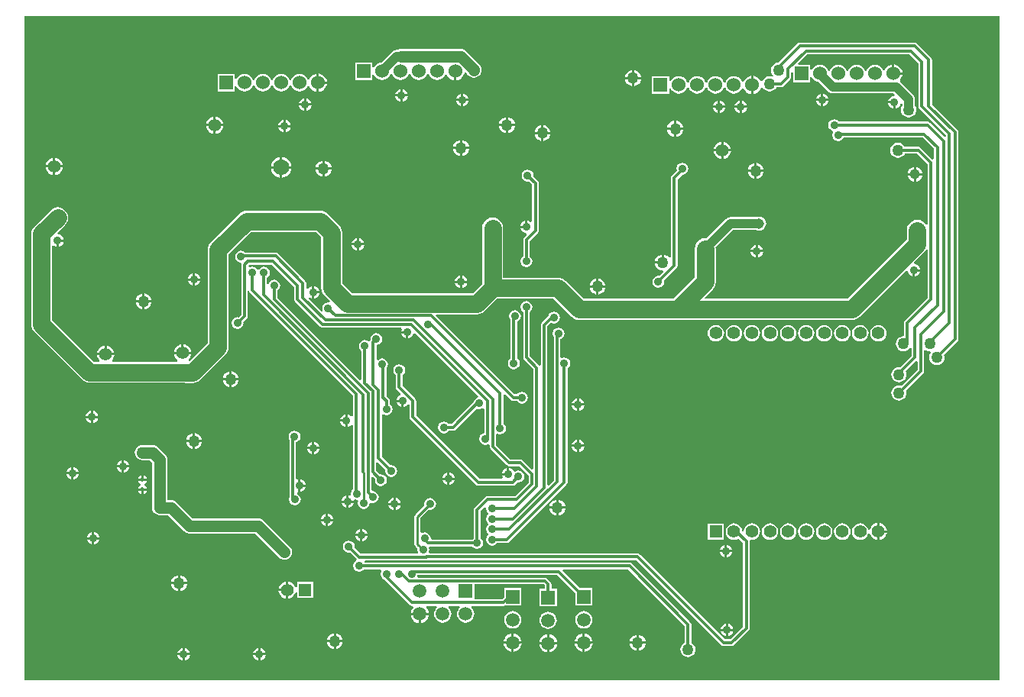
<source format=gbl>
%FSLAX25Y25*%
%MOIN*%
G70*
G01*
G75*
G04 Layer_Physical_Order=2*
G04 Layer_Color=16711680*
%ADD10R,0.07480X0.05315*%
%ADD11R,0.03937X0.03543*%
%ADD12R,0.03543X0.03937*%
%ADD13R,0.04331X0.04331*%
%ADD14O,0.05315X0.00984*%
%ADD15R,0.06614X0.07402*%
%ADD16R,0.11417X0.07874*%
%ADD17R,0.28346X0.49606*%
%ADD18O,0.08071X0.02362*%
%ADD19O,0.01575X0.03347*%
%ADD20R,0.04331X0.04331*%
%ADD21R,0.04528X0.07087*%
%ADD22R,0.08858X0.18110*%
%ADD23R,0.18110X0.08858*%
%ADD24R,0.09291X0.24882*%
%ADD25R,0.03740X0.06693*%
%ADD26R,0.15000X0.11000*%
%ADD27O,0.07677X0.03543*%
%ADD28R,0.05500X0.06300*%
%ADD29O,0.06102X0.00984*%
%ADD30O,0.00984X0.06102*%
%ADD31R,0.05315X0.07480*%
%ADD32R,0.03937X0.02362*%
%ADD33R,0.03543X0.02756*%
%ADD34R,0.07087X0.04528*%
%ADD35C,0.01200*%
%ADD36C,0.01000*%
%ADD37C,0.00700*%
%ADD38C,0.04000*%
%ADD39C,0.03000*%
%ADD40C,0.02000*%
%ADD41C,0.08000*%
%ADD42C,0.05000*%
%ADD43C,0.02500*%
%ADD44C,0.01500*%
%ADD45C,0.07500*%
%ADD46C,0.05512*%
%ADD47R,0.05512X0.05512*%
%ADD48C,0.05906*%
%ADD49R,0.05906X0.05906*%
%ADD50R,0.06000X0.06000*%
%ADD51C,0.06000*%
%ADD52R,0.05906X0.05906*%
%ADD53R,0.05512X0.05512*%
%ADD54C,0.03500*%
%ADD55C,0.05000*%
%ADD56C,0.01969*%
%ADD57C,0.07000*%
%ADD58C,0.05500*%
%ADD59C,0.04500*%
G36*
X572000Y183000D02*
X146500D01*
Y473000D01*
X572000D01*
Y183000D01*
D02*
G37*
%LPC*%
G36*
X331000Y270500D02*
X328792D01*
X328821Y270282D01*
X329098Y269613D01*
X329539Y269039D01*
X330113Y268598D01*
X330782Y268321D01*
X331000Y268292D01*
Y270500D01*
D02*
G37*
G36*
X199924Y270165D02*
X196076D01*
X196131Y269891D01*
X196569Y269235D01*
X197087Y268889D01*
X197149Y268585D01*
Y268415D01*
X197087Y268111D01*
X196569Y267765D01*
X196131Y267109D01*
X196076Y266835D01*
X199924D01*
X199869Y267109D01*
X199431Y267765D01*
X198913Y268111D01*
X198851Y268415D01*
Y268585D01*
X198913Y268889D01*
X199431Y269235D01*
X199869Y269891D01*
X199924Y270165D01*
D02*
G37*
G36*
X267000Y270708D02*
Y268500D01*
X269208D01*
X269179Y268718D01*
X268902Y269387D01*
X268461Y269961D01*
X267887Y270402D01*
X267218Y270679D01*
X267000Y270708D01*
D02*
G37*
G36*
X334208Y270500D02*
X332000D01*
Y268292D01*
X332218Y268321D01*
X332887Y268598D01*
X333461Y269039D01*
X333902Y269613D01*
X334179Y270282D01*
X334208Y270500D01*
D02*
G37*
G36*
X199924Y265835D02*
X198500D01*
Y264411D01*
X198774Y264465D01*
X199431Y264904D01*
X199869Y265560D01*
X199924Y265835D01*
D02*
G37*
G36*
X197500D02*
X196076D01*
X196131Y265560D01*
X196569Y264904D01*
X197226Y264465D01*
X197500Y264411D01*
Y265835D01*
D02*
G37*
G36*
X269208Y267500D02*
X267000D01*
Y265292D01*
X267218Y265321D01*
X267887Y265598D01*
X268461Y266039D01*
X268902Y266613D01*
X269179Y267282D01*
X269208Y267500D01*
D02*
G37*
G36*
X264300Y292050D02*
X263305Y291852D01*
X262461Y291288D01*
X261898Y290445D01*
X261700Y289450D01*
X261898Y288455D01*
X262073Y288193D01*
Y263000D01*
X262073Y263000D01*
X262086Y262934D01*
X261900Y262000D01*
X262098Y261005D01*
X262662Y260161D01*
X263505Y259598D01*
X264500Y259400D01*
X265495Y259598D01*
X266338Y260161D01*
X266902Y261005D01*
X267100Y262000D01*
X266902Y262995D01*
X266338Y263839D01*
X265495Y264402D01*
X265435Y264414D01*
X265371Y264733D01*
X265524Y264953D01*
X265972Y265296D01*
X266000Y265292D01*
Y268000D01*
Y270708D01*
X265782Y270679D01*
X265627Y270615D01*
X264927Y271083D01*
Y286974D01*
X265295Y287048D01*
X266139Y287611D01*
X266702Y288455D01*
X266900Y289450D01*
X266702Y290445D01*
X266139Y291288D01*
X265295Y291852D01*
X264300Y292050D01*
D02*
G37*
G36*
X331000Y273708D02*
X330782Y273679D01*
X330113Y273402D01*
X329539Y272961D01*
X329098Y272387D01*
X328821Y271718D01*
X328792Y271500D01*
X331000D01*
Y273708D01*
D02*
G37*
G36*
X198500Y272589D02*
Y271165D01*
X199924D01*
X199869Y271440D01*
X199431Y272096D01*
X198774Y272534D01*
X198500Y272589D01*
D02*
G37*
G36*
X357000Y275708D02*
X356782Y275679D01*
X356113Y275402D01*
X355539Y274961D01*
X355098Y274387D01*
X354821Y273718D01*
X354792Y273500D01*
X357000D01*
Y275708D01*
D02*
G37*
G36*
X332000Y273708D02*
Y271500D01*
X334208D01*
X334179Y271718D01*
X333902Y272387D01*
X333461Y272961D01*
X332887Y273402D01*
X332218Y273679D01*
X332000Y273708D01*
D02*
G37*
G36*
X167000Y273000D02*
X164792D01*
X164821Y272782D01*
X165098Y272113D01*
X165539Y271539D01*
X166113Y271098D01*
X166782Y270821D01*
X167000Y270792D01*
Y273000D01*
D02*
G37*
G36*
X310000Y321100D02*
X309005Y320902D01*
X308161Y320339D01*
X307598Y319495D01*
X307400Y318500D01*
X307598Y317505D01*
X308161Y316662D01*
X308573Y316387D01*
Y311000D01*
X308573Y311000D01*
X308681Y310454D01*
X308991Y309991D01*
X310655Y308326D01*
X310441Y307551D01*
X310082Y307402D01*
X309507Y306961D01*
X309066Y306387D01*
X308789Y305718D01*
X308761Y305500D01*
X311469D01*
Y305000D01*
X311968D01*
Y302292D01*
X312186Y302321D01*
X312855Y302598D01*
X313430Y303039D01*
X313871Y303613D01*
X313873Y303618D01*
X314573Y303479D01*
Y298000D01*
X314573Y298000D01*
X314681Y297454D01*
X314991Y296991D01*
X343491Y268491D01*
X343491Y268491D01*
X343954Y268181D01*
X344500Y268073D01*
X344500Y268073D01*
X359500D01*
X359500Y268073D01*
X360046Y268181D01*
X360509Y268491D01*
X361515Y269496D01*
X362000Y269400D01*
X362995Y269598D01*
X363839Y270162D01*
X364402Y271005D01*
X364600Y272000D01*
X364402Y272995D01*
X363839Y273838D01*
X362995Y274402D01*
X362000Y274600D01*
X361005Y274402D01*
X360730Y274218D01*
X359902Y274387D01*
X359461Y274961D01*
X358887Y275402D01*
X358218Y275679D01*
X358000Y275708D01*
Y273000D01*
X357500D01*
Y272500D01*
X354792D01*
X354821Y272282D01*
X355098Y271613D01*
X354742Y270927D01*
X345091D01*
X317427Y298591D01*
Y305000D01*
X317427Y305000D01*
X317319Y305546D01*
X317195Y305732D01*
X317009Y306009D01*
X317009Y306009D01*
X311427Y311591D01*
Y316387D01*
X311839Y316662D01*
X312402Y317505D01*
X312600Y318500D01*
X312402Y319495D01*
X311839Y320339D01*
X310995Y320902D01*
X310000Y321100D01*
D02*
G37*
G36*
X197500Y272589D02*
X197226Y272534D01*
X196569Y272096D01*
X196131Y271440D01*
X196076Y271165D01*
X197500D01*
Y272589D01*
D02*
G37*
G36*
X170208Y273000D02*
X168000D01*
Y270792D01*
X168218Y270821D01*
X168887Y271098D01*
X169461Y271539D01*
X169902Y272113D01*
X170179Y272782D01*
X170208Y273000D01*
D02*
G37*
G36*
X378500Y258000D02*
X375536D01*
X375590Y257586D01*
X375943Y256735D01*
X376504Y256004D01*
X377235Y255443D01*
X378086Y255090D01*
X378500Y255036D01*
Y258000D01*
D02*
G37*
G36*
X279000Y255708D02*
Y253500D01*
X281208D01*
X281179Y253718D01*
X280902Y254387D01*
X280461Y254961D01*
X279887Y255402D01*
X279218Y255679D01*
X279000Y255708D01*
D02*
G37*
G36*
X307500Y259500D02*
X305292D01*
X305321Y259282D01*
X305598Y258613D01*
X306039Y258039D01*
X306613Y257598D01*
X307282Y257321D01*
X307500Y257292D01*
Y259500D01*
D02*
G37*
G36*
X382464Y258000D02*
X379500D01*
Y255036D01*
X379914Y255090D01*
X380765Y255443D01*
X381496Y256004D01*
X382057Y256735D01*
X382410Y257586D01*
X382464Y258000D01*
D02*
G37*
G36*
X278000Y252500D02*
X275792D01*
X275821Y252282D01*
X276098Y251613D01*
X276539Y251039D01*
X277113Y250598D01*
X277782Y250321D01*
X278000Y250292D01*
Y252500D01*
D02*
G37*
G36*
X518500Y251723D02*
X518019Y251659D01*
X517106Y251281D01*
X516321Y250679D01*
X515719Y249894D01*
X515341Y248980D01*
X515315Y248786D01*
X514609D01*
X514590Y248928D01*
X514232Y249793D01*
X513662Y250536D01*
X512919Y251106D01*
X512054Y251464D01*
X511126Y251587D01*
X510198Y251464D01*
X509333Y251106D01*
X508590Y250536D01*
X508020Y249793D01*
X507662Y248928D01*
X507539Y248000D01*
X507662Y247072D01*
X508020Y246207D01*
X508590Y245464D01*
X509333Y244894D01*
X510198Y244536D01*
X511126Y244413D01*
X512054Y244536D01*
X512919Y244894D01*
X513662Y245464D01*
X514232Y246207D01*
X514590Y247072D01*
X514609Y247214D01*
X515315D01*
X515341Y247020D01*
X515719Y246106D01*
X516321Y245321D01*
X517106Y244719D01*
X518019Y244341D01*
X518500Y244278D01*
Y248000D01*
Y251723D01*
D02*
G37*
G36*
X278000Y255708D02*
X277782Y255679D01*
X277113Y255402D01*
X276539Y254961D01*
X276098Y254387D01*
X275821Y253718D01*
X275792Y253500D01*
X278000D01*
Y255708D01*
D02*
G37*
G36*
X281208Y252500D02*
X279000D01*
Y250292D01*
X279218Y250321D01*
X279887Y250598D01*
X280461Y251039D01*
X280902Y251613D01*
X281179Y252282D01*
X281208Y252500D01*
D02*
G37*
G36*
X307500Y262708D02*
X307282Y262679D01*
X306613Y262402D01*
X306039Y261961D01*
X305598Y261387D01*
X305321Y260718D01*
X305292Y260500D01*
X307500D01*
Y262708D01*
D02*
G37*
G36*
X379500Y261964D02*
Y259000D01*
X382464D01*
X382410Y259414D01*
X382057Y260265D01*
X381496Y260996D01*
X380765Y261557D01*
X379914Y261910D01*
X379500Y261964D01*
D02*
G37*
G36*
X287000Y263708D02*
X286782Y263679D01*
X286113Y263402D01*
X285539Y262961D01*
X285098Y262387D01*
X284821Y261718D01*
X284792Y261500D01*
X287000D01*
Y263708D01*
D02*
G37*
G36*
X308500Y262708D02*
Y260500D01*
X310708D01*
X310679Y260718D01*
X310402Y261387D01*
X309961Y261961D01*
X309387Y262402D01*
X308718Y262679D01*
X308500Y262708D01*
D02*
G37*
G36*
X287000Y260500D02*
X284792D01*
X284821Y260282D01*
X285098Y259613D01*
X285539Y259039D01*
X286113Y258598D01*
X286782Y258321D01*
X287000Y258292D01*
Y260500D01*
D02*
G37*
G36*
X310708Y259500D02*
X308500D01*
Y257292D01*
X308718Y257321D01*
X309387Y257598D01*
X309961Y258039D01*
X310402Y258613D01*
X310679Y259282D01*
X310708Y259500D01*
D02*
G37*
G36*
X378500Y261964D02*
X378086Y261910D01*
X377235Y261557D01*
X376504Y260996D01*
X375943Y260265D01*
X375590Y259414D01*
X375536Y259000D01*
X378500D01*
Y261964D01*
D02*
G37*
G36*
X290208Y260500D02*
X288000D01*
Y258292D01*
X288218Y258321D01*
X288887Y258598D01*
X289461Y259039D01*
X289902Y259613D01*
X290179Y260282D01*
X290208Y260500D01*
D02*
G37*
G36*
X189000Y276000D02*
X186792D01*
X186821Y275782D01*
X187098Y275113D01*
X187539Y274539D01*
X188113Y274098D01*
X188782Y273821D01*
X189000Y273792D01*
Y276000D01*
D02*
G37*
G36*
X175500Y300708D02*
X175282Y300679D01*
X174613Y300402D01*
X174039Y299961D01*
X173598Y299387D01*
X173321Y298718D01*
X173292Y298500D01*
X175500D01*
Y300708D01*
D02*
G37*
G36*
X286500Y299208D02*
X286282Y299179D01*
X285613Y298902D01*
X285039Y298461D01*
X284598Y297887D01*
X284321Y297218D01*
X284292Y297000D01*
X286500D01*
Y299208D01*
D02*
G37*
G36*
X387500Y303000D02*
X385292D01*
X385321Y302782D01*
X385598Y302113D01*
X386039Y301539D01*
X386613Y301098D01*
X387282Y300821D01*
X387500Y300792D01*
Y303000D01*
D02*
G37*
G36*
X176500Y300708D02*
Y298500D01*
X178708D01*
X178679Y298718D01*
X178402Y299387D01*
X177961Y299961D01*
X177387Y300402D01*
X176718Y300679D01*
X176500Y300708D01*
D02*
G37*
G36*
X286500Y296000D02*
X284292D01*
X284321Y295782D01*
X284598Y295113D01*
X285039Y294539D01*
X285613Y294098D01*
X286282Y293821D01*
X286500Y293792D01*
Y296000D01*
D02*
G37*
G36*
X221000Y290964D02*
Y288000D01*
X223964D01*
X223910Y288414D01*
X223557Y289265D01*
X222996Y289996D01*
X222265Y290557D01*
X221414Y290910D01*
X221000Y290964D01*
D02*
G37*
G36*
X178708Y297500D02*
X176500D01*
Y295292D01*
X176718Y295321D01*
X177387Y295598D01*
X177961Y296039D01*
X178402Y296613D01*
X178679Y297282D01*
X178708Y297500D01*
D02*
G37*
G36*
X175500D02*
X173292D01*
X173321Y297282D01*
X173598Y296613D01*
X174039Y296039D01*
X174613Y295598D01*
X175282Y295321D01*
X175500Y295292D01*
Y297500D01*
D02*
G37*
G36*
X239964Y314000D02*
X237000D01*
Y311036D01*
X237414Y311090D01*
X238265Y311443D01*
X238996Y312004D01*
X239557Y312735D01*
X239910Y313586D01*
X239964Y314000D01*
D02*
G37*
G36*
X236000D02*
X233036D01*
X233090Y313586D01*
X233443Y312735D01*
X234004Y312004D01*
X234735Y311443D01*
X235586Y311090D01*
X236000Y311036D01*
Y314000D01*
D02*
G37*
G36*
X237000Y317964D02*
Y315000D01*
X239964D01*
X239910Y315414D01*
X239557Y316265D01*
X238996Y316996D01*
X238265Y317557D01*
X237414Y317910D01*
X237000Y317964D01*
D02*
G37*
G36*
X236000D02*
X235586Y317910D01*
X234735Y317557D01*
X234004Y316996D01*
X233443Y316265D01*
X233090Y315414D01*
X233036Y315000D01*
X236000D01*
Y317964D01*
D02*
G37*
G36*
X310968Y304500D02*
X308761D01*
X308789Y304282D01*
X309066Y303613D01*
X309507Y303039D01*
X310082Y302598D01*
X310751Y302321D01*
X310968Y302292D01*
Y304500D01*
D02*
G37*
G36*
X390708Y303000D02*
X388500D01*
Y300792D01*
X388718Y300821D01*
X389387Y301098D01*
X389961Y301539D01*
X390402Y302113D01*
X390679Y302782D01*
X390708Y303000D01*
D02*
G37*
G36*
X388500Y306208D02*
Y304000D01*
X390708D01*
X390679Y304218D01*
X390402Y304887D01*
X389961Y305461D01*
X389387Y305902D01*
X388718Y306179D01*
X388500Y306208D01*
D02*
G37*
G36*
X387500D02*
X387282Y306179D01*
X386613Y305902D01*
X386039Y305461D01*
X385598Y304887D01*
X385321Y304218D01*
X385292Y304000D01*
X387500D01*
Y306208D01*
D02*
G37*
G36*
X272000Y284000D02*
X269792D01*
X269821Y283782D01*
X270098Y283113D01*
X270539Y282539D01*
X271113Y282098D01*
X271782Y281821D01*
X272000Y281792D01*
Y284000D01*
D02*
G37*
G36*
X190000Y279208D02*
Y277000D01*
X192208D01*
X192179Y277218D01*
X191902Y277887D01*
X191461Y278461D01*
X190887Y278902D01*
X190218Y279179D01*
X190000Y279208D01*
D02*
G37*
G36*
X387500Y285000D02*
X385292D01*
X385321Y284782D01*
X385598Y284113D01*
X386039Y283539D01*
X386613Y283098D01*
X387282Y282821D01*
X387500Y282792D01*
Y285000D01*
D02*
G37*
G36*
X275208Y284000D02*
X273000D01*
Y281792D01*
X273218Y281821D01*
X273887Y282098D01*
X274461Y282539D01*
X274902Y283113D01*
X275179Y283782D01*
X275208Y284000D01*
D02*
G37*
G36*
X167000Y276208D02*
X166782Y276179D01*
X166113Y275902D01*
X165539Y275461D01*
X165098Y274887D01*
X164821Y274218D01*
X164792Y274000D01*
X167000D01*
Y276208D01*
D02*
G37*
G36*
X192208Y276000D02*
X190000D01*
Y273792D01*
X190218Y273821D01*
X190887Y274098D01*
X191461Y274539D01*
X191902Y275113D01*
X192179Y275782D01*
X192208Y276000D01*
D02*
G37*
G36*
X189000Y279208D02*
X188782Y279179D01*
X188113Y278902D01*
X187539Y278461D01*
X187098Y277887D01*
X186821Y277218D01*
X186792Y277000D01*
X189000D01*
Y279208D01*
D02*
G37*
G36*
X168000Y276208D02*
Y274000D01*
X170208D01*
X170179Y274218D01*
X169902Y274887D01*
X169461Y275461D01*
X168887Y275902D01*
X168218Y276179D01*
X168000Y276208D01*
D02*
G37*
G36*
X387500Y288208D02*
X387282Y288179D01*
X386613Y287902D01*
X386039Y287461D01*
X385598Y286887D01*
X385321Y286218D01*
X385292Y286000D01*
X387500D01*
Y288208D01*
D02*
G37*
G36*
X273000Y287208D02*
Y285000D01*
X275208D01*
X275179Y285218D01*
X274902Y285887D01*
X274461Y286461D01*
X273887Y286902D01*
X273218Y287179D01*
X273000Y287208D01*
D02*
G37*
G36*
X220000Y290964D02*
X219586Y290910D01*
X218735Y290557D01*
X218004Y289996D01*
X217443Y289265D01*
X217090Y288414D01*
X217036Y288000D01*
X220000D01*
Y290964D01*
D02*
G37*
G36*
X388500Y288208D02*
Y286000D01*
X390708D01*
X390679Y286218D01*
X390402Y286887D01*
X389961Y287461D01*
X389387Y287902D01*
X388718Y288179D01*
X388500Y288208D01*
D02*
G37*
G36*
X220000Y287000D02*
X217036D01*
X217090Y286586D01*
X217443Y285735D01*
X218004Y285004D01*
X218735Y284443D01*
X219586Y284090D01*
X220000Y284036D01*
Y287000D01*
D02*
G37*
G36*
X390708Y285000D02*
X388500D01*
Y282792D01*
X388718Y282821D01*
X389387Y283098D01*
X389961Y283539D01*
X390402Y284113D01*
X390679Y284782D01*
X390708Y285000D01*
D02*
G37*
G36*
X272000Y287208D02*
X271782Y287179D01*
X271113Y286902D01*
X270539Y286461D01*
X270098Y285887D01*
X269821Y285218D01*
X269792Y285000D01*
X272000D01*
Y287208D01*
D02*
G37*
G36*
X223964Y287000D02*
X221000D01*
Y284036D01*
X221414Y284090D01*
X222265Y284443D01*
X222996Y285004D01*
X223557Y285735D01*
X223910Y286586D01*
X223964Y287000D01*
D02*
G37*
G36*
X360000Y203421D02*
Y200000D01*
X363421D01*
X363351Y200532D01*
X362953Y201493D01*
X362319Y202319D01*
X361493Y202953D01*
X360532Y203351D01*
X360000Y203421D01*
D02*
G37*
G36*
X359000D02*
X358468Y203351D01*
X357507Y202953D01*
X356681Y202319D01*
X356047Y201493D01*
X355649Y200532D01*
X355579Y200000D01*
X359000D01*
Y203421D01*
D02*
G37*
G36*
X391000D02*
Y200000D01*
X394421D01*
X394351Y200532D01*
X393953Y201493D01*
X393319Y202319D01*
X392493Y202953D01*
X391532Y203351D01*
X391000Y203421D01*
D02*
G37*
G36*
X390000D02*
X389468Y203351D01*
X388507Y202953D01*
X387681Y202319D01*
X387047Y201493D01*
X386649Y200532D01*
X386579Y200000D01*
X390000D01*
Y203421D01*
D02*
G37*
G36*
X285354Y199610D02*
X282390D01*
Y196646D01*
X282804Y196700D01*
X283655Y197053D01*
X284386Y197614D01*
X284947Y198345D01*
X285300Y199197D01*
X285354Y199610D01*
D02*
G37*
G36*
X281390D02*
X278425D01*
X278480Y199197D01*
X278833Y198345D01*
X279394Y197614D01*
X280125Y197053D01*
X280976Y196700D01*
X281390Y196646D01*
Y199610D01*
D02*
G37*
G36*
X375500Y203165D02*
Y199744D01*
X378921D01*
X378851Y200276D01*
X378453Y201238D01*
X377819Y202063D01*
X376993Y202697D01*
X376032Y203095D01*
X375500Y203165D01*
D02*
G37*
G36*
X374500D02*
X373968Y203095D01*
X373007Y202697D01*
X372181Y202063D01*
X371547Y201238D01*
X371149Y200276D01*
X371079Y199744D01*
X374500D01*
Y203165D01*
D02*
G37*
G36*
X455708Y204500D02*
X453500D01*
Y202292D01*
X453718Y202321D01*
X454387Y202598D01*
X454961Y203039D01*
X455402Y203613D01*
X455679Y204282D01*
X455708Y204500D01*
D02*
G37*
G36*
X452500D02*
X450292D01*
X450321Y204282D01*
X450598Y203613D01*
X451039Y203039D01*
X451613Y202598D01*
X452282Y202321D01*
X452500Y202292D01*
Y204500D01*
D02*
G37*
G36*
Y207708D02*
X452282Y207679D01*
X451613Y207402D01*
X451039Y206961D01*
X450598Y206387D01*
X450321Y205718D01*
X450292Y205500D01*
X452500D01*
Y207708D01*
D02*
G37*
G36*
X375000Y213029D02*
X374020Y212900D01*
X373107Y212522D01*
X372323Y211921D01*
X371722Y211137D01*
X371344Y210224D01*
X371215Y209244D01*
X371344Y208264D01*
X371722Y207351D01*
X372323Y206568D01*
X373107Y205966D01*
X374020Y205588D01*
X375000Y205459D01*
X375980Y205588D01*
X376892Y205966D01*
X377677Y206568D01*
X378278Y207351D01*
X378656Y208264D01*
X378785Y209244D01*
X378656Y210224D01*
X378278Y211137D01*
X377677Y211921D01*
X376892Y212522D01*
X375980Y212900D01*
X375000Y213029D01*
D02*
G37*
G36*
X414500Y202964D02*
Y200000D01*
X417464D01*
X417410Y200414D01*
X417057Y201265D01*
X416496Y201996D01*
X415765Y202557D01*
X414914Y202910D01*
X414500Y202964D01*
D02*
G37*
G36*
X413500D02*
X413086Y202910D01*
X412235Y202557D01*
X411504Y201996D01*
X410943Y201265D01*
X410590Y200414D01*
X410536Y200000D01*
X413500D01*
Y202964D01*
D02*
G37*
G36*
X282390Y203575D02*
Y200610D01*
X285354D01*
X285300Y201024D01*
X284947Y201875D01*
X284386Y202607D01*
X283655Y203168D01*
X282804Y203520D01*
X282390Y203575D01*
D02*
G37*
G36*
X281390D02*
X280976Y203520D01*
X280125Y203168D01*
X279394Y202607D01*
X278833Y201875D01*
X278480Y201024D01*
X278425Y200610D01*
X281390D01*
Y203575D01*
D02*
G37*
G36*
X216500Y197208D02*
Y195000D01*
X218708D01*
X218679Y195218D01*
X218402Y195887D01*
X217961Y196461D01*
X217387Y196902D01*
X216718Y197179D01*
X216500Y197208D01*
D02*
G37*
G36*
X215500D02*
X215282Y197179D01*
X214613Y196902D01*
X214039Y196461D01*
X213598Y195887D01*
X213321Y195218D01*
X213292Y195000D01*
X215500D01*
Y197208D01*
D02*
G37*
G36*
X249500D02*
Y195000D01*
X251708D01*
X251679Y195218D01*
X251402Y195887D01*
X250961Y196461D01*
X250387Y196902D01*
X249718Y197179D01*
X249500Y197208D01*
D02*
G37*
G36*
X248500D02*
X248282Y197179D01*
X247613Y196902D01*
X247039Y196461D01*
X246598Y195887D01*
X246321Y195218D01*
X246292Y195000D01*
X248500D01*
Y197208D01*
D02*
G37*
G36*
X218708Y194000D02*
X216500D01*
Y191792D01*
X216718Y191821D01*
X217387Y192098D01*
X217961Y192539D01*
X218402Y193113D01*
X218679Y193782D01*
X218708Y194000D01*
D02*
G37*
G36*
X215500D02*
X213292D01*
X213321Y193782D01*
X213598Y193113D01*
X214039Y192539D01*
X214613Y192098D01*
X215282Y191821D01*
X215500Y191792D01*
Y194000D01*
D02*
G37*
G36*
X251708D02*
X249500D01*
Y191792D01*
X249718Y191821D01*
X250387Y192098D01*
X250961Y192539D01*
X251402Y193113D01*
X251679Y193782D01*
X251708Y194000D01*
D02*
G37*
G36*
X248500D02*
X246292D01*
X246321Y193782D01*
X246598Y193113D01*
X247039Y192539D01*
X247613Y192098D01*
X248282Y191821D01*
X248500Y191792D01*
Y194000D01*
D02*
G37*
G36*
X394421Y199000D02*
X391000D01*
Y195579D01*
X391532Y195649D01*
X392493Y196047D01*
X393319Y196681D01*
X393953Y197507D01*
X394351Y198468D01*
X394421Y199000D01*
D02*
G37*
G36*
X390000D02*
X386579D01*
X386649Y198468D01*
X387047Y197507D01*
X387681Y196681D01*
X388507Y196047D01*
X389468Y195649D01*
X390000Y195579D01*
Y199000D01*
D02*
G37*
G36*
X417464D02*
X414500D01*
Y196036D01*
X414914Y196090D01*
X415765Y196443D01*
X416496Y197004D01*
X417057Y197735D01*
X417410Y198586D01*
X417464Y199000D01*
D02*
G37*
G36*
X413500D02*
X410536D01*
X410590Y198586D01*
X410943Y197735D01*
X411504Y197004D01*
X412235Y196443D01*
X413086Y196090D01*
X413500Y196036D01*
Y199000D01*
D02*
G37*
G36*
X378921Y198744D02*
X375500D01*
Y195323D01*
X376032Y195393D01*
X376993Y195791D01*
X377819Y196425D01*
X378453Y197251D01*
X378851Y198212D01*
X378921Y198744D01*
D02*
G37*
G36*
X374500D02*
X371079D01*
X371149Y198212D01*
X371547Y197251D01*
X372181Y196425D01*
X373007Y195791D01*
X373968Y195393D01*
X374500Y195323D01*
Y198744D01*
D02*
G37*
G36*
X363421Y199000D02*
X360000D01*
Y195579D01*
X360532Y195649D01*
X361493Y196047D01*
X362319Y196681D01*
X362953Y197507D01*
X363351Y198468D01*
X363421Y199000D01*
D02*
G37*
G36*
X359000D02*
X355579D01*
X355649Y198468D01*
X356047Y197507D01*
X356681Y196681D01*
X357507Y196047D01*
X358468Y195649D01*
X359000Y195579D01*
Y199000D01*
D02*
G37*
G36*
X453500Y207708D02*
Y205500D01*
X455708D01*
X455679Y205718D01*
X455402Y206387D01*
X454961Y206961D01*
X454387Y207402D01*
X453718Y207679D01*
X453500Y207708D01*
D02*
G37*
G36*
X471756Y251587D02*
X470828Y251464D01*
X469963Y251106D01*
X469220Y250536D01*
X468650Y249793D01*
X468292Y248928D01*
X468169Y248000D01*
X468292Y247072D01*
X468650Y246207D01*
X469220Y245464D01*
X469963Y244894D01*
X470828Y244536D01*
X471756Y244413D01*
X472684Y244536D01*
X473549Y244894D01*
X474292Y245464D01*
X474862Y246207D01*
X475220Y247072D01*
X475343Y248000D01*
X475220Y248928D01*
X474862Y249793D01*
X474292Y250536D01*
X473549Y251106D01*
X472684Y251464D01*
X471756Y251587D01*
D02*
G37*
G36*
X522722Y247500D02*
X519500D01*
Y244278D01*
X519980Y244341D01*
X520894Y244719D01*
X521679Y245321D01*
X522281Y246106D01*
X522659Y247020D01*
X522722Y247500D01*
D02*
G37*
G36*
X487504Y251587D02*
X486576Y251464D01*
X485711Y251106D01*
X484968Y250536D01*
X484398Y249793D01*
X484040Y248928D01*
X483917Y248000D01*
X484040Y247072D01*
X484398Y246207D01*
X484968Y245464D01*
X485711Y244894D01*
X486576Y244536D01*
X487504Y244413D01*
X488432Y244536D01*
X489297Y244894D01*
X490040Y245464D01*
X490610Y246207D01*
X490968Y247072D01*
X491090Y248000D01*
X490968Y248928D01*
X490610Y249793D01*
X490040Y250536D01*
X489297Y251106D01*
X488432Y251464D01*
X487504Y251587D01*
D02*
G37*
G36*
X479630D02*
X478702Y251464D01*
X477837Y251106D01*
X477094Y250536D01*
X476524Y249793D01*
X476165Y248928D01*
X476043Y248000D01*
X476165Y247072D01*
X476524Y246207D01*
X477094Y245464D01*
X477837Y244894D01*
X478702Y244536D01*
X479630Y244413D01*
X480558Y244536D01*
X481423Y244894D01*
X482166Y245464D01*
X482736Y246207D01*
X483094Y247072D01*
X483216Y248000D01*
X483094Y248928D01*
X482736Y249793D01*
X482166Y250536D01*
X481423Y251106D01*
X480558Y251464D01*
X479630Y251587D01*
D02*
G37*
G36*
X179208Y244500D02*
X177000D01*
Y242292D01*
X177218Y242321D01*
X177887Y242598D01*
X178461Y243039D01*
X178902Y243613D01*
X179179Y244282D01*
X179208Y244500D01*
D02*
G37*
G36*
X176000D02*
X173792D01*
X173821Y244282D01*
X174098Y243613D01*
X174539Y243039D01*
X175113Y242598D01*
X175782Y242321D01*
X176000Y242292D01*
Y244500D01*
D02*
G37*
G36*
X296208Y246000D02*
X294000D01*
Y243792D01*
X294218Y243821D01*
X294887Y244098D01*
X295461Y244539D01*
X295902Y245113D01*
X296179Y245782D01*
X296208Y246000D01*
D02*
G37*
G36*
X293000D02*
X290792D01*
X290821Y245782D01*
X291098Y245113D01*
X291539Y244539D01*
X292113Y244098D01*
X292782Y243821D01*
X293000Y243792D01*
Y246000D01*
D02*
G37*
G36*
Y249208D02*
X292782Y249179D01*
X292113Y248902D01*
X291539Y248461D01*
X291098Y247887D01*
X290821Y247218D01*
X290792Y247000D01*
X293000D01*
Y249208D01*
D02*
G37*
G36*
X177000Y247708D02*
Y245500D01*
X179208D01*
X179179Y245718D01*
X178902Y246387D01*
X178461Y246961D01*
X177887Y247402D01*
X177218Y247679D01*
X177000Y247708D01*
D02*
G37*
G36*
X519500Y251723D02*
Y248500D01*
X522722D01*
X522659Y248980D01*
X522281Y249894D01*
X521679Y250679D01*
X520894Y251281D01*
X519980Y251659D01*
X519500Y251723D01*
D02*
G37*
G36*
X294000Y249208D02*
Y247000D01*
X296208D01*
X296179Y247218D01*
X295902Y247887D01*
X295461Y248461D01*
X294887Y248902D01*
X294218Y249179D01*
X294000Y249208D01*
D02*
G37*
G36*
X503252Y251587D02*
X502324Y251464D01*
X501459Y251106D01*
X500716Y250536D01*
X500146Y249793D01*
X499788Y248928D01*
X499665Y248000D01*
X499788Y247072D01*
X500146Y246207D01*
X500716Y245464D01*
X501459Y244894D01*
X502324Y244536D01*
X503252Y244413D01*
X504180Y244536D01*
X505045Y244894D01*
X505788Y245464D01*
X506358Y246207D01*
X506716Y247072D01*
X506839Y248000D01*
X506716Y248928D01*
X506358Y249793D01*
X505788Y250536D01*
X505045Y251106D01*
X504180Y251464D01*
X503252Y251587D01*
D02*
G37*
G36*
X495378D02*
X494450Y251464D01*
X493585Y251106D01*
X492842Y250536D01*
X492272Y249793D01*
X491914Y248928D01*
X491791Y248000D01*
X491914Y247072D01*
X492272Y246207D01*
X492842Y245464D01*
X493585Y244894D01*
X494450Y244536D01*
X495378Y244413D01*
X496306Y244536D01*
X497171Y244894D01*
X497914Y245464D01*
X498484Y246207D01*
X498842Y247072D01*
X498965Y248000D01*
X498842Y248928D01*
X498484Y249793D01*
X497914Y250536D01*
X497171Y251106D01*
X496306Y251464D01*
X495378Y251587D01*
D02*
G37*
G36*
X176000Y247708D02*
X175782Y247679D01*
X175113Y247402D01*
X174539Y246961D01*
X174098Y246387D01*
X173821Y245718D01*
X173792Y245500D01*
X176000D01*
Y247708D01*
D02*
G37*
G36*
X451690Y251556D02*
X444578D01*
Y244444D01*
X451690D01*
Y251556D01*
D02*
G37*
G36*
X261563Y226222D02*
Y222500D01*
Y218777D01*
X262043Y218841D01*
X262957Y219219D01*
X263742Y219821D01*
X264344Y220606D01*
X264722Y221519D01*
X265381Y221367D01*
Y218944D01*
X272493D01*
Y226056D01*
X265381D01*
Y223633D01*
X264722Y223481D01*
X264344Y224394D01*
X263742Y225179D01*
X262957Y225781D01*
X262043Y226159D01*
X261563Y226222D01*
D02*
G37*
G36*
X260563Y222000D02*
X257341D01*
X257404Y221519D01*
X257782Y220606D01*
X258384Y219821D01*
X259169Y219219D01*
X260083Y218841D01*
X260563Y218777D01*
Y222000D01*
D02*
G37*
G36*
X217464Y225000D02*
X214500D01*
Y222036D01*
X214914Y222090D01*
X215765Y222443D01*
X216496Y223004D01*
X217057Y223735D01*
X217410Y224586D01*
X217464Y225000D01*
D02*
G37*
G36*
X213500D02*
X210536D01*
X210590Y224586D01*
X210943Y223735D01*
X211504Y223004D01*
X212235Y222443D01*
X213086Y222090D01*
X213500Y222036D01*
Y225000D01*
D02*
G37*
G36*
X390500Y213285D02*
X389520Y213156D01*
X388607Y212778D01*
X387824Y212176D01*
X387222Y211393D01*
X386844Y210480D01*
X386715Y209500D01*
X386844Y208520D01*
X387222Y207607D01*
X387824Y206823D01*
X388607Y206222D01*
X389520Y205844D01*
X390500Y205715D01*
X391480Y205844D01*
X392393Y206222D01*
X393177Y206823D01*
X393778Y207607D01*
X394156Y208520D01*
X394285Y209500D01*
X394156Y210480D01*
X393778Y211393D01*
X393177Y212176D01*
X392393Y212778D01*
X391480Y213156D01*
X390500Y213285D01*
D02*
G37*
G36*
X359500D02*
X358520Y213156D01*
X357607Y212778D01*
X356823Y212176D01*
X356222Y211393D01*
X355844Y210480D01*
X355715Y209500D01*
X355844Y208520D01*
X356222Y207607D01*
X356823Y206823D01*
X357607Y206222D01*
X358520Y205844D01*
X359500Y205715D01*
X360480Y205844D01*
X361393Y206222D01*
X362176Y206823D01*
X362778Y207607D01*
X363156Y208520D01*
X363285Y209500D01*
X363156Y210480D01*
X362778Y211393D01*
X362176Y212176D01*
X361393Y212778D01*
X360480Y213156D01*
X359500Y213285D01*
D02*
G37*
G36*
X322921Y211500D02*
X319500D01*
Y208079D01*
X320032Y208149D01*
X320993Y208547D01*
X321819Y209181D01*
X322453Y210007D01*
X322851Y210968D01*
X322921Y211500D01*
D02*
G37*
G36*
X318500D02*
X315079D01*
X315149Y210968D01*
X315547Y210007D01*
X316181Y209181D01*
X317007Y208547D01*
X317968Y208149D01*
X318500Y208079D01*
Y211500D01*
D02*
G37*
G36*
X455208Y239000D02*
X453000D01*
Y236792D01*
X453218Y236821D01*
X453887Y237098D01*
X454461Y237539D01*
X454902Y238113D01*
X455179Y238782D01*
X455208Y239000D01*
D02*
G37*
G36*
X452000D02*
X449792D01*
X449821Y238782D01*
X450098Y238113D01*
X450539Y237539D01*
X451113Y237098D01*
X451782Y236821D01*
X452000Y236792D01*
Y239000D01*
D02*
G37*
G36*
X453000Y242208D02*
Y240000D01*
X455208D01*
X455179Y240218D01*
X454902Y240887D01*
X454461Y241461D01*
X453887Y241902D01*
X453218Y242179D01*
X453000Y242208D01*
D02*
G37*
G36*
X452000D02*
X451782Y242179D01*
X451113Y241902D01*
X450539Y241461D01*
X450098Y240887D01*
X449821Y240218D01*
X449792Y240000D01*
X452000D01*
Y242208D01*
D02*
G37*
G36*
X213500Y228964D02*
X213086Y228910D01*
X212235Y228557D01*
X211504Y227996D01*
X210943Y227265D01*
X210590Y226414D01*
X210536Y226000D01*
X213500D01*
Y228964D01*
D02*
G37*
G36*
X260563Y226222D02*
X260083Y226159D01*
X259169Y225781D01*
X258384Y225179D01*
X257782Y224394D01*
X257404Y223481D01*
X257341Y223000D01*
X260563D01*
Y226222D01*
D02*
G37*
G36*
X202500Y285828D02*
X198000D01*
X197139Y285715D01*
X196336Y285383D01*
X195646Y284854D01*
X195117Y284164D01*
X194785Y283362D01*
X194671Y282500D01*
X194785Y281639D01*
X195117Y280836D01*
X195646Y280146D01*
X196336Y279618D01*
X197139Y279285D01*
X198000Y279171D01*
X201121D01*
X202171Y278121D01*
Y258500D01*
X202285Y257639D01*
X202618Y256836D01*
X203146Y256146D01*
X203836Y255617D01*
X204639Y255285D01*
X205500Y255171D01*
X209121D01*
X216146Y248146D01*
X216836Y247618D01*
X217237Y247451D01*
X217638Y247285D01*
X218500Y247171D01*
X247121D01*
X257646Y236646D01*
X258336Y236118D01*
X258737Y235951D01*
X259138Y235785D01*
X260000Y235671D01*
X260861Y235785D01*
X261332Y235980D01*
X261664Y236118D01*
X262354Y236646D01*
X262882Y237336D01*
X263020Y237668D01*
X263215Y238139D01*
X263329Y239000D01*
X263215Y239861D01*
X263049Y240263D01*
X262882Y240664D01*
X262354Y241354D01*
X250854Y252854D01*
X250164Y253382D01*
X249832Y253520D01*
X249361Y253715D01*
X248500Y253829D01*
X219879D01*
X212854Y260854D01*
X212164Y261383D01*
X211832Y261520D01*
X211362Y261715D01*
X210500Y261828D01*
X208828D01*
Y279500D01*
X208715Y280362D01*
X208520Y280832D01*
X208383Y281164D01*
X207854Y281854D01*
X204854Y284854D01*
X204164Y285383D01*
X203832Y285520D01*
X203362Y285715D01*
X202500Y285828D01*
D02*
G37*
G36*
X214500Y228964D02*
Y226000D01*
X217464D01*
X217410Y226414D01*
X217057Y227265D01*
X216496Y227996D01*
X215765Y228557D01*
X214914Y228910D01*
X214500Y228964D01*
D02*
G37*
G36*
X360500Y344600D02*
X359505Y344402D01*
X358662Y343839D01*
X358098Y342995D01*
X357900Y342000D01*
X358098Y341005D01*
X358573Y340295D01*
Y323613D01*
X358161Y323339D01*
X357598Y322495D01*
X357400Y321500D01*
X357598Y320505D01*
X358161Y319661D01*
X359005Y319098D01*
X360000Y318900D01*
X360995Y319098D01*
X361839Y319661D01*
X362402Y320505D01*
X362600Y321500D01*
X362402Y322495D01*
X361839Y323339D01*
X361427Y323613D01*
Y339584D01*
X361495Y339598D01*
X362338Y340161D01*
X362902Y341005D01*
X363100Y342000D01*
X362902Y342995D01*
X362338Y343839D01*
X361495Y344402D01*
X360500Y344600D01*
D02*
G37*
G36*
X373000Y425464D02*
Y422500D01*
X375964D01*
X375910Y422914D01*
X375557Y423765D01*
X374996Y424496D01*
X374265Y425057D01*
X373414Y425410D01*
X373000Y425464D01*
D02*
G37*
G36*
X372000D02*
X371586Y425410D01*
X370735Y425057D01*
X370004Y424496D01*
X369443Y423765D01*
X369090Y422914D01*
X369036Y422500D01*
X372000D01*
Y425464D01*
D02*
G37*
G36*
X430886Y427350D02*
Y424386D01*
X433850D01*
X433796Y424799D01*
X433443Y425651D01*
X432882Y426382D01*
X432151Y426943D01*
X431299Y427296D01*
X430886Y427350D01*
D02*
G37*
G36*
X429886D02*
X429472Y427296D01*
X428621Y426943D01*
X427890Y426382D01*
X427329Y425651D01*
X426976Y424799D01*
X426922Y424386D01*
X429886D01*
Y427350D01*
D02*
G37*
G36*
X360464Y425000D02*
X357500D01*
Y422036D01*
X357914Y422090D01*
X358765Y422443D01*
X359496Y423004D01*
X360057Y423735D01*
X360410Y424586D01*
X360464Y425000D01*
D02*
G37*
G36*
X356500D02*
X353536D01*
X353590Y424586D01*
X353943Y423735D01*
X354504Y423004D01*
X355235Y422443D01*
X356086Y422090D01*
X356500Y422036D01*
Y425000D01*
D02*
G37*
G36*
X262708Y424500D02*
X260500D01*
Y422292D01*
X260718Y422321D01*
X261387Y422598D01*
X261961Y423039D01*
X262402Y423613D01*
X262679Y424282D01*
X262708Y424500D01*
D02*
G37*
G36*
X259500D02*
X257292D01*
X257321Y424282D01*
X257598Y423613D01*
X258039Y423039D01*
X258613Y422598D01*
X259282Y422321D01*
X259500Y422292D01*
Y424500D01*
D02*
G37*
G36*
X357500Y428964D02*
Y426000D01*
X360464D01*
X360410Y426414D01*
X360057Y427265D01*
X359496Y427996D01*
X358765Y428557D01*
X357914Y428910D01*
X357500Y428964D01*
D02*
G37*
G36*
X356500D02*
X356086Y428910D01*
X355235Y428557D01*
X354504Y427996D01*
X353943Y427265D01*
X353590Y426414D01*
X353536Y426000D01*
X356500D01*
Y428964D01*
D02*
G37*
G36*
X452208Y433000D02*
X450000D01*
Y430792D01*
X450218Y430821D01*
X450887Y431098D01*
X451461Y431539D01*
X451902Y432113D01*
X452179Y432782D01*
X452208Y433000D01*
D02*
G37*
G36*
X449000D02*
X446792D01*
X446821Y432782D01*
X447098Y432113D01*
X447539Y431539D01*
X448113Y431098D01*
X448782Y430821D01*
X449000Y430792D01*
Y433000D01*
D02*
G37*
G36*
X260500Y427708D02*
Y425500D01*
X262708D01*
X262679Y425718D01*
X262402Y426387D01*
X261961Y426961D01*
X261387Y427402D01*
X260718Y427679D01*
X260500Y427708D01*
D02*
G37*
G36*
X259500D02*
X259282Y427679D01*
X258613Y427402D01*
X258039Y426961D01*
X257598Y426387D01*
X257321Y425718D01*
X257292Y425500D01*
X259500D01*
Y427708D01*
D02*
G37*
G36*
X230000Y429216D02*
Y426000D01*
X233217D01*
X233154Y426479D01*
X232776Y427391D01*
X232174Y428174D01*
X231391Y428776D01*
X230479Y429153D01*
X230000Y429216D01*
D02*
G37*
G36*
X229000D02*
X228521Y429153D01*
X227609Y428776D01*
X226825Y428174D01*
X226224Y427391D01*
X225847Y426479D01*
X225783Y426000D01*
X229000D01*
Y429216D01*
D02*
G37*
G36*
X450500Y418217D02*
X450021Y418153D01*
X449109Y417776D01*
X448325Y417174D01*
X447724Y416391D01*
X447346Y415479D01*
X447284Y415000D01*
X450500D01*
Y418217D01*
D02*
G37*
G36*
X340464Y415000D02*
X337500D01*
Y412036D01*
X337914Y412090D01*
X338765Y412443D01*
X339496Y413004D01*
X340057Y413735D01*
X340410Y414586D01*
X340464Y415000D01*
D02*
G37*
G36*
X336500Y418964D02*
X336086Y418910D01*
X335235Y418557D01*
X334504Y417996D01*
X333943Y417265D01*
X333590Y416414D01*
X333536Y416000D01*
X336500D01*
Y418964D01*
D02*
G37*
G36*
X451500Y418217D02*
Y415000D01*
X454716D01*
X454654Y415479D01*
X454276Y416391D01*
X453675Y417174D01*
X452891Y417776D01*
X451979Y418153D01*
X451500Y418217D01*
D02*
G37*
G36*
X450500Y414000D02*
X447284D01*
X447346Y413521D01*
X447724Y412609D01*
X448325Y411826D01*
X449109Y411224D01*
X450021Y410847D01*
X450500Y410783D01*
Y414000D01*
D02*
G37*
G36*
X160000Y411216D02*
Y408000D01*
X163216D01*
X163154Y408479D01*
X162776Y409391D01*
X162174Y410175D01*
X161391Y410776D01*
X160479Y411154D01*
X160000Y411216D01*
D02*
G37*
G36*
X336500Y415000D02*
X333536D01*
X333590Y414586D01*
X333943Y413735D01*
X334504Y413004D01*
X335235Y412443D01*
X336086Y412090D01*
X336500Y412036D01*
Y415000D01*
D02*
G37*
G36*
X454716Y414000D02*
X451500D01*
Y410783D01*
X451979Y410847D01*
X452891Y411224D01*
X453675Y411826D01*
X454276Y412609D01*
X454654Y413521D01*
X454716Y414000D01*
D02*
G37*
G36*
X433850Y423386D02*
X430886D01*
Y420422D01*
X431299Y420476D01*
X432151Y420829D01*
X432882Y421390D01*
X433443Y422121D01*
X433796Y422972D01*
X433850Y423386D01*
D02*
G37*
G36*
X429886D02*
X426922D01*
X426976Y422972D01*
X427329Y422121D01*
X427890Y421390D01*
X428621Y420829D01*
X429472Y420476D01*
X429886Y420422D01*
Y423386D01*
D02*
G37*
G36*
X233217Y425000D02*
X230000D01*
Y421783D01*
X230479Y421846D01*
X231391Y422224D01*
X232174Y422825D01*
X232776Y423609D01*
X233154Y424521D01*
X233217Y425000D01*
D02*
G37*
G36*
X229000D02*
X225783D01*
X225847Y424521D01*
X226224Y423609D01*
X226825Y422825D01*
X227609Y422224D01*
X228521Y421846D01*
X229000Y421783D01*
Y425000D01*
D02*
G37*
G36*
X372000Y421500D02*
X369036D01*
X369090Y421086D01*
X369443Y420235D01*
X370004Y419504D01*
X370735Y418943D01*
X371586Y418590D01*
X372000Y418536D01*
Y421500D01*
D02*
G37*
G36*
X337500Y418964D02*
Y416000D01*
X340464D01*
X340410Y416414D01*
X340057Y417265D01*
X339496Y417996D01*
X338765Y418557D01*
X337914Y418910D01*
X337500Y418964D01*
D02*
G37*
G36*
X535000Y461427D02*
X535000Y461427D01*
X484700D01*
X484154Y461319D01*
X483691Y461009D01*
X483691Y461009D01*
X475509Y452827D01*
X475500Y452829D01*
X474639Y452715D01*
X473836Y452383D01*
X473146Y451854D01*
X472617Y451164D01*
X472285Y450361D01*
X472171Y449500D01*
X472285Y448638D01*
X472617Y447836D01*
X473146Y447146D01*
X472790Y446538D01*
X472362Y446715D01*
X471500Y446829D01*
X470639Y446715D01*
X469836Y446383D01*
X469146Y445854D01*
X468617Y445164D01*
X468404Y444649D01*
X467647D01*
X467494Y445017D01*
X466853Y445853D01*
X466017Y446494D01*
X465044Y446897D01*
X464500Y446969D01*
Y443000D01*
Y439031D01*
X465044Y439103D01*
X466017Y439506D01*
X466853Y440147D01*
X467494Y440983D01*
X467853Y441851D01*
X468185Y441929D01*
X468595Y441891D01*
X468617Y441836D01*
X469146Y441146D01*
X469836Y440618D01*
X470639Y440285D01*
X471500Y440171D01*
X472362Y440285D01*
X473164Y440618D01*
X473854Y441146D01*
X474382Y441836D01*
X474481Y442073D01*
X476500D01*
X476500Y442073D01*
X477046Y442181D01*
X477509Y442491D01*
X480509Y445491D01*
X480509Y445491D01*
X480819Y445954D01*
X480927Y446500D01*
X480927Y446500D01*
Y448809D01*
X481000Y448857D01*
X481700Y448483D01*
Y444200D01*
X489300D01*
Y446381D01*
X490000Y446520D01*
X490181Y446084D01*
X490790Y445290D01*
X491584Y444681D01*
X492508Y444298D01*
X493081Y444222D01*
X497101Y440203D01*
X497685Y439754D01*
X498167Y439555D01*
X498367Y439472D01*
X499098Y439376D01*
X525536D01*
X526042Y438846D01*
X526040Y438821D01*
X525772Y438244D01*
X525282Y438179D01*
X524613Y437902D01*
X524039Y437461D01*
X523598Y436887D01*
X523321Y436218D01*
X523292Y436000D01*
X526000D01*
Y435500D01*
X526500D01*
Y432792D01*
X526718Y432821D01*
X527387Y433098D01*
X527961Y433539D01*
X528402Y434113D01*
X528679Y434782D01*
X529362Y434672D01*
Y433927D01*
X529304Y433851D01*
X528972Y433048D01*
X528858Y432187D01*
X528972Y431325D01*
X529304Y430522D01*
X529833Y429833D01*
X530522Y429304D01*
X531325Y428972D01*
X532187Y428858D01*
X533048Y428972D01*
X533851Y429304D01*
X534540Y429833D01*
X535069Y430522D01*
X535402Y431325D01*
X535515Y432187D01*
X535402Y433048D01*
X535069Y433851D01*
X535011Y433927D01*
Y436813D01*
X534914Y437544D01*
X534832Y437744D01*
X534632Y438226D01*
X534184Y438810D01*
X528797Y444197D01*
X528531Y444401D01*
X528374Y445058D01*
X528468Y445297D01*
X528994Y445983D01*
X529397Y446956D01*
X529469Y447500D01*
X525500D01*
Y448000D01*
X525000D01*
Y451969D01*
X524456Y451897D01*
X523483Y451494D01*
X522647Y450853D01*
X522006Y450017D01*
X521771Y449449D01*
X521013D01*
X520819Y449916D01*
X520210Y450710D01*
X519416Y451319D01*
X518492Y451702D01*
X517500Y451833D01*
X516508Y451702D01*
X515584Y451319D01*
X514790Y450710D01*
X514181Y449916D01*
X513861Y449144D01*
X513735Y449115D01*
X513265D01*
X513139Y449144D01*
X512819Y449916D01*
X512210Y450710D01*
X511416Y451319D01*
X510492Y451702D01*
X509500Y451833D01*
X508508Y451702D01*
X507584Y451319D01*
X506790Y450710D01*
X506181Y449916D01*
X505861Y449144D01*
X505735Y449115D01*
X505265D01*
X505139Y449144D01*
X504819Y449916D01*
X504210Y450710D01*
X503416Y451319D01*
X502492Y451702D01*
X501500Y451833D01*
X500508Y451702D01*
X499584Y451319D01*
X498790Y450710D01*
X498181Y449916D01*
X497861Y449144D01*
X497735Y449115D01*
X497265D01*
X497139Y449144D01*
X496819Y449916D01*
X496210Y450710D01*
X495416Y451319D01*
X494492Y451702D01*
X493500Y451833D01*
X492508Y451702D01*
X491584Y451319D01*
X490790Y450710D01*
X490181Y449916D01*
X490000Y449480D01*
X489300Y449619D01*
Y451800D01*
X484253D01*
X483986Y452447D01*
X488011Y456473D01*
X532463D01*
X536573Y452363D01*
Y433591D01*
X536573Y433591D01*
X536681Y433045D01*
X536991Y432582D01*
X548490Y421083D01*
X548424Y420505D01*
X547769Y420249D01*
X541509Y426509D01*
X541046Y426819D01*
X540500Y426927D01*
X540500Y426927D01*
X501863D01*
X501588Y427339D01*
X500745Y427902D01*
X499750Y428100D01*
X498755Y427902D01*
X497912Y427339D01*
X497348Y426495D01*
X497150Y425500D01*
X497348Y424505D01*
X497912Y423662D01*
X498755Y423098D01*
X498965Y423056D01*
X499287Y422278D01*
X499098Y421995D01*
X498900Y421000D01*
X499098Y420005D01*
X499661Y419162D01*
X500505Y418598D01*
X501500Y418400D01*
X502495Y418598D01*
X503338Y419162D01*
X503902Y420005D01*
X503916Y420073D01*
X538409D01*
X543290Y415192D01*
Y410719D01*
X542590Y410429D01*
X537509Y415509D01*
X537046Y415819D01*
X536500Y415927D01*
X536500Y415927D01*
X530481D01*
X530382Y416164D01*
X529854Y416854D01*
X529164Y417382D01*
X528362Y417715D01*
X527500Y417829D01*
X526639Y417715D01*
X525836Y417382D01*
X525146Y416854D01*
X524617Y416164D01*
X524285Y415361D01*
X524171Y414500D01*
X524285Y413638D01*
X524617Y412836D01*
X525146Y412146D01*
X525836Y411618D01*
X526639Y411285D01*
X527500Y411171D01*
X528362Y411285D01*
X529164Y411618D01*
X529854Y412146D01*
X530382Y412836D01*
X530481Y413073D01*
X535909D01*
X540573Y408409D01*
Y382111D01*
X540424Y382033D01*
X539873Y381927D01*
X539245Y382745D01*
X538295Y383474D01*
X537188Y383933D01*
X536000Y384089D01*
X534812Y383933D01*
X533705Y383474D01*
X532755Y382745D01*
X532026Y381795D01*
X531567Y380688D01*
X531411Y379500D01*
Y375401D01*
X505599Y349589D01*
X443494D01*
X443226Y350236D01*
X446745Y353755D01*
X446745Y353755D01*
X447474Y354705D01*
X447704Y355259D01*
X447933Y355812D01*
X448089Y357000D01*
Y371500D01*
X448020Y372026D01*
X455670Y379676D01*
X465848D01*
X466204Y379528D01*
X467000Y379424D01*
X467796Y379528D01*
X468538Y379836D01*
X469175Y380325D01*
X469664Y380962D01*
X469972Y381704D01*
X470076Y382500D01*
X469972Y383296D01*
X469664Y384038D01*
X469175Y384675D01*
X468538Y385164D01*
X467796Y385472D01*
X467000Y385576D01*
X466204Y385472D01*
X465848Y385324D01*
X454500D01*
X453769Y385228D01*
X453570Y385145D01*
X453088Y384946D01*
X452503Y384497D01*
X444026Y376020D01*
X443500Y376089D01*
X442312Y375933D01*
X441205Y375474D01*
X440255Y374745D01*
X439526Y373795D01*
X439067Y372688D01*
X438911Y371500D01*
Y358901D01*
X429599Y349589D01*
X390401D01*
X382445Y357545D01*
X381495Y358274D01*
X380941Y358504D01*
X380388Y358733D01*
X379200Y358889D01*
X355353D01*
Y380500D01*
X355197Y381688D01*
X354739Y382795D01*
X354009Y383745D01*
X353059Y384474D01*
X351952Y384933D01*
X350764Y385089D01*
X349576Y384933D01*
X348469Y384474D01*
X347519Y383745D01*
X346790Y382795D01*
X346331Y381688D01*
X346175Y380500D01*
Y356165D01*
X342099Y352089D01*
X289401D01*
X285089Y356401D01*
Y378500D01*
X285089Y378500D01*
X284933Y379688D01*
X284609Y380470D01*
X284474Y380795D01*
X283745Y381745D01*
X278745Y386745D01*
X277795Y387474D01*
X277241Y387704D01*
X276688Y387933D01*
X275500Y388089D01*
X243500D01*
X242312Y387933D01*
X241854Y387743D01*
X241205Y387474D01*
X240255Y386745D01*
X227755Y374245D01*
X227026Y373295D01*
X226796Y372741D01*
X226567Y372188D01*
X226411Y371000D01*
Y330401D01*
X218413Y322404D01*
X218264Y322441D01*
X218107Y323203D01*
X218179Y323258D01*
X218781Y324043D01*
X219159Y324956D01*
X219222Y325437D01*
X211777D01*
X211841Y324956D01*
X212219Y324043D01*
X212821Y323258D01*
X213350Y322852D01*
X213113Y322152D01*
X185039D01*
X184841Y322486D01*
X184751Y322852D01*
X185281Y323543D01*
X185659Y324457D01*
X185722Y324937D01*
X178278D01*
X178341Y324457D01*
X178719Y323543D01*
X179249Y322852D01*
X179159Y322486D01*
X178961Y322152D01*
X176838D01*
X158539Y340451D01*
Y372580D01*
X158596Y372633D01*
X159239Y372885D01*
X159613Y372598D01*
X160282Y372321D01*
X160500Y372292D01*
Y375000D01*
X161000D01*
Y375500D01*
X163708D01*
X163679Y375718D01*
X163402Y376387D01*
X162961Y376961D01*
X162387Y377402D01*
X161718Y377679D01*
X161251Y377741D01*
X160974Y378374D01*
X160971Y378451D01*
X164275Y381755D01*
X165004Y382705D01*
X165463Y383812D01*
X165619Y385000D01*
X165463Y386188D01*
X165004Y387295D01*
X164275Y388245D01*
X163324Y388974D01*
X162218Y389433D01*
X161030Y389589D01*
X159842Y389433D01*
X158735Y388974D01*
X157785Y388245D01*
X150705Y381165D01*
X149976Y380215D01*
X149746Y379661D01*
X149517Y379108D01*
X149361Y377920D01*
Y338550D01*
X149517Y337362D01*
X149746Y336809D01*
X149976Y336255D01*
X150705Y335305D01*
X171692Y314318D01*
X171692Y314318D01*
X172642Y313589D01*
X173749Y313130D01*
X174937Y312974D01*
X216000D01*
X216261Y313008D01*
X217000Y312911D01*
X220000D01*
X221188Y313067D01*
X221741Y313296D01*
X222295Y313526D01*
X223245Y314255D01*
X234245Y325255D01*
X234974Y326205D01*
X235243Y326854D01*
X235433Y327312D01*
X235589Y328500D01*
X235589Y328500D01*
Y369099D01*
X245401Y378911D01*
X273599D01*
X275911Y376599D01*
Y354500D01*
X276067Y353312D01*
X276296Y352759D01*
X276526Y352205D01*
X277255Y351255D01*
X279869Y348641D01*
X279524Y347996D01*
X279000Y348100D01*
X278005Y347902D01*
X277162Y347339D01*
X276598Y346495D01*
X276400Y345500D01*
X276598Y344505D01*
X276616Y344477D01*
X276073Y344031D01*
X270453Y349651D01*
X270450Y349725D01*
X270660Y349931D01*
X271113Y350098D01*
X271782Y349821D01*
X272000Y349792D01*
Y352500D01*
Y355208D01*
X271782Y355179D01*
X271113Y354902D01*
X270539Y354461D01*
X270127Y353925D01*
X270054Y353921D01*
X269427Y354242D01*
Y356500D01*
X269427Y356500D01*
X269319Y357046D01*
X269009Y357509D01*
X257209Y369309D01*
X256746Y369619D01*
X256200Y369727D01*
X256200Y369727D01*
X242913D01*
X242839Y369839D01*
X241995Y370402D01*
X241000Y370600D01*
X240005Y370402D01*
X239161Y369839D01*
X238598Y368995D01*
X238400Y368000D01*
X238598Y367005D01*
X239161Y366161D01*
X240005Y365598D01*
X240626Y365475D01*
X240722Y365400D01*
X241101Y364804D01*
X241116Y364718D01*
X241073Y364500D01*
X241073Y364500D01*
Y342591D01*
X239985Y341504D01*
X239500Y341600D01*
X238505Y341402D01*
X237662Y340839D01*
X237098Y339995D01*
X236900Y339000D01*
X237098Y338005D01*
X237662Y337161D01*
X238505Y336598D01*
X239500Y336400D01*
X240495Y336598D01*
X241338Y337161D01*
X241902Y338005D01*
X242100Y339000D01*
X242003Y339485D01*
X243509Y340991D01*
X243509Y340991D01*
X243819Y341454D01*
X243927Y342000D01*
X243927Y342000D01*
Y352978D01*
X244627Y353047D01*
X244681Y352777D01*
X244991Y352314D01*
X289773Y307532D01*
Y298554D01*
X289073Y298316D01*
X288961Y298461D01*
X288387Y298902D01*
X287718Y299179D01*
X287500Y299208D01*
Y296500D01*
Y293792D01*
X287718Y293821D01*
X288387Y294098D01*
X288961Y294539D01*
X289073Y294684D01*
X289773Y294446D01*
Y266413D01*
X289662Y266338D01*
X289098Y265495D01*
X288900Y264500D01*
X288975Y264123D01*
X288361Y263620D01*
X288218Y263679D01*
X288000Y263708D01*
Y261500D01*
X290209D01*
X290234Y261549D01*
X290630Y261949D01*
X290804Y262038D01*
X291500Y261900D01*
X291531Y261906D01*
X291710Y261776D01*
X292059Y261297D01*
X291900Y260500D01*
X292098Y259505D01*
X292661Y258662D01*
X293505Y258098D01*
X294500Y257900D01*
X295495Y258098D01*
X296339Y258662D01*
X296902Y259505D01*
X297017Y260082D01*
X297434Y260523D01*
X297768Y260546D01*
X298500Y260400D01*
X299495Y260598D01*
X300339Y261161D01*
X300902Y262005D01*
X301100Y263000D01*
X300902Y263995D01*
X300339Y264839D01*
X299495Y265402D01*
X298500Y265600D01*
X297888Y266192D01*
Y271461D01*
X297877Y271515D01*
Y271689D01*
X298524Y271957D01*
X299497Y270985D01*
X299400Y270500D01*
X299598Y269505D01*
X300162Y268661D01*
X301005Y268098D01*
X302000Y267900D01*
X302995Y268098D01*
X303838Y268661D01*
X304402Y269505D01*
X304600Y270500D01*
X304402Y271495D01*
X303838Y272339D01*
X302995Y272902D01*
X302000Y273100D01*
X301515Y273004D01*
X299877Y274641D01*
Y278114D01*
X300577Y278404D01*
X303996Y274985D01*
X303900Y274500D01*
X304098Y273505D01*
X304661Y272661D01*
X305505Y272098D01*
X306500Y271900D01*
X307495Y272098D01*
X308338Y272661D01*
X308902Y273505D01*
X309100Y274500D01*
X308902Y275495D01*
X308338Y276339D01*
X307495Y276902D01*
X306500Y277100D01*
X306015Y277004D01*
X302427Y280591D01*
Y298976D01*
X303127Y299350D01*
X303505Y299098D01*
X304500Y298900D01*
X305495Y299098D01*
X306339Y299661D01*
X306902Y300505D01*
X307100Y301500D01*
X306902Y302495D01*
X306339Y303339D01*
X305927Y303613D01*
Y305000D01*
X305927Y305000D01*
X305819Y305546D01*
X305509Y306009D01*
X304427Y307091D01*
Y319295D01*
X304902Y320005D01*
X305100Y321000D01*
X304902Y321995D01*
X304339Y322838D01*
X303495Y323402D01*
X302500Y323600D01*
X301505Y323402D01*
X300727Y322883D01*
X300417Y322958D01*
X300027Y323149D01*
Y329405D01*
X300995Y329598D01*
X301838Y330161D01*
X302402Y331005D01*
X302600Y332000D01*
X302402Y332995D01*
X301838Y333839D01*
X300995Y334402D01*
X300000Y334600D01*
X299005Y334402D01*
X298162Y333839D01*
X297598Y332995D01*
X297400Y332000D01*
X297486Y331565D01*
X297310Y331301D01*
X297306Y331297D01*
X297228Y331243D01*
X296526Y331048D01*
X295995Y331402D01*
X295000Y331600D01*
X294005Y331402D01*
X293162Y330838D01*
X292598Y329995D01*
X292400Y329000D01*
X292598Y328005D01*
X293162Y327162D01*
X293573Y326887D01*
Y314341D01*
X292926Y314073D01*
X256893Y350106D01*
Y353287D01*
X257304Y353561D01*
X257868Y354405D01*
X258066Y355400D01*
X257868Y356395D01*
X257304Y357238D01*
X256461Y357802D01*
X255466Y358000D01*
X254471Y357802D01*
X253627Y357238D01*
X253072Y356407D01*
X253064Y356395D01*
X252986Y356004D01*
X252938Y355762D01*
X252508Y355752D01*
X252227Y356336D01*
Y358753D01*
X252838Y359161D01*
X253402Y360005D01*
X253600Y361000D01*
X253402Y361995D01*
X252838Y362839D01*
X251995Y363402D01*
X251000Y363600D01*
X250005Y363402D01*
X249162Y362839D01*
X248921Y362478D01*
X248079D01*
X247838Y362839D01*
X246995Y363402D01*
X246000Y363600D01*
X245005Y363402D01*
X244935Y363355D01*
X244219Y363703D01*
X244181Y364043D01*
X244674Y364573D01*
X254409D01*
X264073Y354909D01*
Y349500D01*
X264073Y349500D01*
X264181Y348954D01*
X264491Y348491D01*
X275641Y337341D01*
X275641Y337341D01*
X276104Y337031D01*
X276650Y336923D01*
X276650Y336923D01*
X310719D01*
X311030Y336223D01*
X310821Y335718D01*
X310792Y335500D01*
X313500D01*
Y335000D01*
X314000D01*
Y332292D01*
X314218Y332321D01*
X314887Y332598D01*
X315461Y333039D01*
X315902Y333613D01*
X316179Y334282D01*
X316196Y334407D01*
X316935Y334658D01*
X344469Y307124D01*
X344266Y306454D01*
X344005Y306402D01*
X343162Y305838D01*
X342598Y304995D01*
X342504Y304523D01*
X332909Y294927D01*
X331613D01*
X331339Y295339D01*
X330495Y295902D01*
X329500Y296100D01*
X328505Y295902D01*
X327661Y295339D01*
X327098Y294495D01*
X326900Y293500D01*
X327098Y292505D01*
X327661Y291662D01*
X328505Y291098D01*
X329500Y290900D01*
X330495Y291098D01*
X331339Y291662D01*
X331613Y292073D01*
X333500D01*
X333500Y292073D01*
X334046Y292181D01*
X334509Y292491D01*
X343772Y301753D01*
X344005Y301598D01*
X345000Y301400D01*
X345995Y301598D01*
X346373Y301850D01*
X347073Y301476D01*
Y291015D01*
X346505Y290902D01*
X345661Y290338D01*
X345098Y289495D01*
X344900Y288500D01*
X345098Y287505D01*
X345661Y286662D01*
X346505Y286098D01*
X347500Y285900D01*
X348495Y286098D01*
X348723Y286250D01*
X349423Y285876D01*
Y285150D01*
X349423Y285150D01*
X349531Y284604D01*
X349841Y284141D01*
X356991Y276991D01*
X356991Y276991D01*
X357454Y276681D01*
X358000Y276573D01*
X358000Y276573D01*
X362409D01*
X366550Y272431D01*
Y269397D01*
X360580Y263427D01*
X348500D01*
X348500Y263427D01*
X347954Y263319D01*
X347491Y263009D01*
X347491Y263009D01*
X342991Y258509D01*
X342681Y258046D01*
X342573Y257500D01*
X342573Y257500D01*
Y245113D01*
X342161Y244839D01*
X341887Y244427D01*
X324138D01*
X323694Y244969D01*
X323700Y245000D01*
X323502Y245995D01*
X322938Y246838D01*
X322095Y247402D01*
X321100Y247600D01*
X320105Y247402D01*
X319943Y247294D01*
X319325Y247624D01*
Y253951D01*
X322895Y257520D01*
X323500Y257400D01*
X324495Y257598D01*
X325339Y258161D01*
X325902Y259005D01*
X326100Y260000D01*
X325902Y260995D01*
X325339Y261839D01*
X324495Y262402D01*
X323500Y262600D01*
X322505Y262402D01*
X321661Y261839D01*
X321098Y260995D01*
X320900Y260000D01*
X321020Y259395D01*
X317063Y255437D01*
X316775Y255007D01*
X316674Y254500D01*
Y242500D01*
X316775Y241993D01*
X317063Y241563D01*
X318020Y240605D01*
X317900Y240000D01*
X318098Y239005D01*
X318172Y238895D01*
X317842Y238277D01*
X293241D01*
X290504Y241015D01*
X290600Y241500D01*
X290402Y242495D01*
X289839Y243338D01*
X288995Y243902D01*
X288000Y244100D01*
X287005Y243902D01*
X286161Y243338D01*
X285598Y242495D01*
X285400Y241500D01*
X285598Y240505D01*
X286161Y239662D01*
X287005Y239098D01*
X288000Y238900D01*
X288485Y238997D01*
X291389Y236093D01*
X291416Y235930D01*
X291324Y235331D01*
X291271Y235246D01*
X290662Y234839D01*
X290098Y233995D01*
X289900Y233000D01*
X290098Y232005D01*
X290662Y231161D01*
X291505Y230598D01*
X292500Y230400D01*
X293495Y230598D01*
X294338Y231161D01*
X294613Y231573D01*
X301976D01*
X302350Y230873D01*
X302098Y230495D01*
X301900Y229500D01*
X302098Y228505D01*
X302661Y227661D01*
X303349Y227202D01*
X303491Y226991D01*
X314491Y215991D01*
X314491Y215991D01*
X314954Y215681D01*
X315500Y215573D01*
X315500Y215573D01*
X316013D01*
X316250Y214873D01*
X316181Y214819D01*
X315547Y213993D01*
X315149Y213032D01*
X315079Y212500D01*
X322921D01*
X322851Y213032D01*
X322453Y213993D01*
X321819Y214819D01*
X321749Y214873D01*
X321987Y215573D01*
X326341D01*
X326579Y214873D01*
X326324Y214676D01*
X325722Y213893D01*
X325344Y212980D01*
X325215Y212000D01*
X325344Y211020D01*
X325722Y210107D01*
X326324Y209324D01*
X327107Y208722D01*
X328020Y208344D01*
X329000Y208215D01*
X329980Y208344D01*
X330893Y208722D01*
X331677Y209324D01*
X332278Y210107D01*
X332656Y211020D01*
X332785Y212000D01*
X332656Y212980D01*
X332278Y213893D01*
X331677Y214676D01*
X331421Y214873D01*
X331659Y215573D01*
X336341D01*
X336579Y214873D01*
X336323Y214676D01*
X335722Y213893D01*
X335344Y212980D01*
X335215Y212000D01*
X335344Y211020D01*
X335722Y210107D01*
X336323Y209324D01*
X337107Y208722D01*
X338020Y208344D01*
X339000Y208215D01*
X339980Y208344D01*
X340893Y208722D01*
X341676Y209324D01*
X342278Y210107D01*
X342656Y211020D01*
X342785Y212000D01*
X342656Y212980D01*
X342278Y213893D01*
X341676Y214676D01*
X341421Y214873D01*
X341659Y215573D01*
X355500D01*
X355500Y215573D01*
X356046Y215681D01*
X356145Y215747D01*
X363253D01*
Y223253D01*
X355747D01*
Y219266D01*
X354909Y218427D01*
X342753D01*
Y224925D01*
X373056D01*
X373573Y224409D01*
Y222997D01*
X371247D01*
Y215491D01*
X378753D01*
Y222997D01*
X376427D01*
Y225000D01*
X376427Y225000D01*
X376319Y225546D01*
X376009Y226009D01*
X376009Y226009D01*
X374657Y227362D01*
X374194Y227672D01*
X373647Y227780D01*
X373647Y227780D01*
X318160D01*
X317830Y228397D01*
X317902Y228505D01*
X318015Y229073D01*
X378909D01*
X386747Y221234D01*
Y215747D01*
X394253D01*
Y223253D01*
X388766D01*
X381146Y230873D01*
X381436Y231573D01*
X409909D01*
X434573Y206909D01*
Y199481D01*
X434336Y199382D01*
X433646Y198854D01*
X433117Y198164D01*
X432785Y197362D01*
X432671Y196500D01*
X432785Y195639D01*
X433117Y194836D01*
X433646Y194146D01*
X434336Y193617D01*
X435139Y193285D01*
X436000Y193172D01*
X436862Y193285D01*
X437664Y193617D01*
X438354Y194146D01*
X438882Y194836D01*
X439215Y195639D01*
X439328Y196500D01*
X439215Y197362D01*
X438882Y198164D01*
X438354Y198854D01*
X437664Y199382D01*
X437427Y199481D01*
Y207500D01*
X437427Y207500D01*
X437319Y208046D01*
X437009Y208509D01*
X437009Y208509D01*
X411509Y234009D01*
X411046Y234319D01*
X410500Y234427D01*
X410500Y234427D01*
X295010D01*
X294796Y234723D01*
X295153Y235423D01*
X321805D01*
X321805Y235423D01*
X322351Y235531D01*
X322413Y235573D01*
X413409D01*
X450491Y198491D01*
X450491Y198491D01*
X450954Y198181D01*
X451500Y198073D01*
X451500Y198073D01*
X455000D01*
X455000Y198073D01*
X455546Y198181D01*
X456009Y198491D01*
X462409Y204891D01*
X462409Y204891D01*
X462719Y205354D01*
X462827Y205900D01*
X462827Y205900D01*
Y243600D01*
X462827Y243600D01*
X462770Y243889D01*
X462774Y243902D01*
X463211Y244432D01*
X463310Y244489D01*
X463882Y244413D01*
X464810Y244536D01*
X465675Y244894D01*
X466418Y245464D01*
X466988Y246207D01*
X467346Y247072D01*
X467469Y248000D01*
X467346Y248928D01*
X466988Y249793D01*
X466418Y250536D01*
X465675Y251106D01*
X464810Y251464D01*
X463882Y251587D01*
X462954Y251464D01*
X462089Y251106D01*
X461346Y250536D01*
X460776Y249793D01*
X460418Y248928D01*
X460345Y248379D01*
X460202Y248243D01*
X459611Y248054D01*
X459584Y248078D01*
X459472Y248928D01*
X459114Y249793D01*
X458544Y250536D01*
X457801Y251106D01*
X456936Y251464D01*
X456008Y251587D01*
X455080Y251464D01*
X454215Y251106D01*
X453472Y250536D01*
X452902Y249793D01*
X452543Y248928D01*
X452421Y248000D01*
X452543Y247072D01*
X452902Y246207D01*
X453472Y245464D01*
X454215Y244894D01*
X455080Y244536D01*
X456008Y244413D01*
X456936Y244536D01*
X457801Y244894D01*
X457963Y245018D01*
X459973Y243009D01*
Y206491D01*
X454409Y200927D01*
X452091D01*
X415009Y238009D01*
X414546Y238319D01*
X414000Y238427D01*
X414000Y238427D01*
X323294D01*
X322926Y239127D01*
X323100Y240000D01*
X322926Y240873D01*
X323167Y241330D01*
X323358Y241573D01*
X341887D01*
X342161Y241161D01*
X343005Y240598D01*
X344000Y240400D01*
X344995Y240598D01*
X345838Y241161D01*
X346402Y242005D01*
X346600Y243000D01*
X346402Y243995D01*
X345838Y244839D01*
X345427Y245113D01*
Y256909D01*
X347352Y258833D01*
X347997Y258489D01*
X347900Y258000D01*
X348098Y257005D01*
X348653Y256174D01*
X348754Y256005D01*
Y255495D01*
X348653Y255326D01*
X348098Y254495D01*
X347900Y253500D01*
X348098Y252505D01*
X348653Y251675D01*
X348754Y251505D01*
Y250995D01*
X348653Y250826D01*
X348098Y249995D01*
X347900Y249000D01*
X348098Y248005D01*
X348653Y247175D01*
X348754Y247005D01*
Y246495D01*
X348653Y246325D01*
X348098Y245495D01*
X347900Y244500D01*
X348098Y243505D01*
X348661Y242661D01*
X349505Y242098D01*
X350500Y241900D01*
X351495Y242098D01*
X352339Y242661D01*
X352613Y243073D01*
X357000D01*
X357000Y243073D01*
X357546Y243181D01*
X358009Y243491D01*
X383009Y268491D01*
X383009Y268491D01*
X383319Y268954D01*
X383427Y269500D01*
X383427Y269500D01*
Y319387D01*
X383839Y319661D01*
X384402Y320505D01*
X384600Y321500D01*
X384402Y322495D01*
X383839Y323339D01*
X382995Y323902D01*
X382000Y324100D01*
X381005Y323902D01*
X380895Y323828D01*
X380277Y324158D01*
Y332055D01*
X380495Y332098D01*
X381339Y332662D01*
X381902Y333505D01*
X382100Y334500D01*
X381902Y335495D01*
X381339Y336338D01*
X380495Y336902D01*
X379500Y337100D01*
X378505Y336902D01*
X377661Y336338D01*
X377098Y335495D01*
X376900Y334500D01*
X377098Y333505D01*
X377423Y333019D01*
Y270441D01*
X375224Y268243D01*
X374577Y268511D01*
Y337559D01*
X376272Y339253D01*
X376505Y339098D01*
X377500Y338900D01*
X378495Y339098D01*
X379339Y339662D01*
X379902Y340505D01*
X380100Y341500D01*
X379902Y342495D01*
X379339Y343338D01*
X378495Y343902D01*
X377500Y344100D01*
X376505Y343902D01*
X375661Y343338D01*
X375098Y342495D01*
X375004Y342023D01*
X372141Y339159D01*
X371831Y338696D01*
X371723Y338150D01*
X371723Y338150D01*
Y320702D01*
X371023Y320490D01*
X371009Y320509D01*
X371009Y320509D01*
X366927Y324591D01*
Y343887D01*
X367338Y344162D01*
X367902Y345005D01*
X368100Y346000D01*
X367902Y346995D01*
X367338Y347838D01*
X366495Y348402D01*
X365500Y348600D01*
X364505Y348402D01*
X363662Y347838D01*
X363098Y346995D01*
X362900Y346000D01*
X363098Y345005D01*
X363662Y344162D01*
X364073Y343887D01*
Y324000D01*
X364073Y324000D01*
X364181Y323454D01*
X364491Y322991D01*
X368573Y318909D01*
Y275361D01*
X367926Y275093D01*
X364009Y279009D01*
X363546Y279319D01*
X363000Y279427D01*
X363000Y279427D01*
X358591D01*
X352277Y285741D01*
Y290342D01*
X352895Y290672D01*
X353005Y290598D01*
X354000Y290400D01*
X354995Y290598D01*
X355838Y291161D01*
X356402Y292005D01*
X356600Y293000D01*
X356402Y293995D01*
X355838Y294839D01*
X355427Y295113D01*
Y307812D01*
X356127Y308102D01*
X358738Y305491D01*
X358738Y305491D01*
X359201Y305181D01*
X359748Y305073D01*
X359748Y305073D01*
X361387D01*
X361662Y304661D01*
X362505Y304098D01*
X363500Y303900D01*
X364495Y304098D01*
X365338Y304661D01*
X365902Y305505D01*
X366100Y306500D01*
X365902Y307495D01*
X365338Y308338D01*
X364495Y308902D01*
X363500Y309100D01*
X362505Y308902D01*
X361662Y308338D01*
X361387Y307927D01*
X360339D01*
X326002Y342264D01*
X326270Y342911D01*
X344000D01*
X345188Y343067D01*
X345741Y343296D01*
X346295Y343526D01*
X347245Y344255D01*
X352701Y349711D01*
X377299D01*
X385255Y341755D01*
X385255Y341755D01*
X386205Y341026D01*
X386530Y340891D01*
X387312Y340567D01*
X388500Y340411D01*
X388500Y340411D01*
X507500D01*
X508688Y340567D01*
X509241Y340796D01*
X509795Y341026D01*
X510745Y341755D01*
X531043Y362052D01*
X531187Y362041D01*
X531756Y361776D01*
X531821Y361282D01*
X532098Y360613D01*
X532539Y360039D01*
X533113Y359598D01*
X533782Y359321D01*
X534000Y359292D01*
Y362000D01*
X534500D01*
Y362500D01*
X537208D01*
X537179Y362718D01*
X536902Y363387D01*
X536461Y363961D01*
X535887Y364402D01*
X535218Y364679D01*
X534724Y364744D01*
X534459Y365313D01*
X534447Y365457D01*
X539245Y370255D01*
X539245Y370255D01*
X539873Y371073D01*
X540424Y370967D01*
X540573Y370889D01*
Y350091D01*
X530491Y340009D01*
X530181Y339546D01*
X530073Y339000D01*
X530073Y339000D01*
Y333392D01*
X530000Y333329D01*
X529139Y333215D01*
X528336Y332882D01*
X527646Y332354D01*
X527117Y331664D01*
X526785Y330861D01*
X526672Y330000D01*
X526785Y329138D01*
X527117Y328336D01*
X527646Y327646D01*
X528336Y327117D01*
X529139Y326785D01*
X530000Y326672D01*
X530862Y326785D01*
X531664Y327117D01*
X532354Y327646D01*
X532873Y328323D01*
X532915Y328328D01*
X533573Y328172D01*
Y324591D01*
X528716Y319734D01*
X528000Y319829D01*
X527139Y319715D01*
X526336Y319383D01*
X525646Y318854D01*
X525117Y318164D01*
X524785Y317361D01*
X524672Y316500D01*
X524785Y315638D01*
X525117Y314836D01*
X525646Y314146D01*
X526336Y313617D01*
X527139Y313285D01*
X528000Y313172D01*
X528862Y313285D01*
X529664Y313617D01*
X530354Y314146D01*
X530883Y314836D01*
X531215Y315638D01*
X531328Y316500D01*
X531215Y317361D01*
X530970Y317952D01*
X535373Y322354D01*
X536073Y322064D01*
Y318591D01*
X529098Y311617D01*
X528862Y311715D01*
X528000Y311828D01*
X527139Y311715D01*
X526336Y311383D01*
X525646Y310854D01*
X525117Y310164D01*
X524785Y309362D01*
X524672Y308500D01*
X524785Y307639D01*
X525117Y306836D01*
X525646Y306146D01*
X526336Y305617D01*
X527139Y305285D01*
X528000Y305171D01*
X528862Y305285D01*
X529664Y305617D01*
X530354Y306146D01*
X530883Y306836D01*
X531215Y307639D01*
X531328Y308500D01*
X531215Y309362D01*
X531117Y309598D01*
X538509Y316991D01*
X538509Y316991D01*
X538819Y317454D01*
X538927Y318000D01*
X538927Y318000D01*
Y326932D01*
X539627Y327277D01*
X539836Y327117D01*
X540638Y326785D01*
X541500Y326672D01*
X541509Y326673D01*
X541888Y326016D01*
X541617Y325664D01*
X541285Y324862D01*
X541172Y324000D01*
X541285Y323138D01*
X541617Y322336D01*
X542146Y321646D01*
X542836Y321117D01*
X543639Y320785D01*
X544500Y320672D01*
X545362Y320785D01*
X546164Y321117D01*
X546854Y321646D01*
X547382Y322336D01*
X547715Y323138D01*
X547828Y324000D01*
X547715Y324862D01*
X547617Y325098D01*
X553509Y330991D01*
X553509Y330991D01*
X553819Y331454D01*
X553927Y332000D01*
X553927Y332000D01*
Y422258D01*
X553927Y422258D01*
X553819Y422804D01*
X553509Y423267D01*
X553509Y423267D01*
X542427Y434349D01*
Y454000D01*
X542427Y454000D01*
X542319Y454546D01*
X542195Y454732D01*
X542009Y455009D01*
X542009Y455009D01*
X536009Y461009D01*
X535546Y461319D01*
X535000Y461427D01*
D02*
G37*
G36*
X375964Y421500D02*
X373000D01*
Y418536D01*
X373414Y418590D01*
X374265Y418943D01*
X374996Y419504D01*
X375557Y420235D01*
X375910Y421086D01*
X375964Y421500D01*
D02*
G37*
G36*
X458500Y433000D02*
X456292D01*
X456321Y432782D01*
X456598Y432113D01*
X457039Y431539D01*
X457613Y431098D01*
X458282Y430821D01*
X458500Y430792D01*
Y433000D01*
D02*
G37*
G36*
X311500Y441208D02*
Y439000D01*
X313708D01*
X313679Y439218D01*
X313402Y439887D01*
X312961Y440461D01*
X312387Y440902D01*
X311718Y441179D01*
X311500Y441208D01*
D02*
G37*
G36*
X310500D02*
X310282Y441179D01*
X309613Y440902D01*
X309039Y440461D01*
X308598Y439887D01*
X308321Y439218D01*
X308292Y439000D01*
X310500D01*
Y441208D01*
D02*
G37*
G36*
X411500Y445500D02*
X408536D01*
X408590Y445086D01*
X408943Y444235D01*
X409504Y443504D01*
X410235Y442943D01*
X411086Y442590D01*
X411500Y442536D01*
Y445500D01*
D02*
G37*
G36*
X278469Y443500D02*
X275000D01*
Y440031D01*
X275544Y440103D01*
X276517Y440506D01*
X277353Y441147D01*
X277994Y441983D01*
X278397Y442956D01*
X278469Y443500D01*
D02*
G37*
G36*
X338000Y439208D02*
Y437000D01*
X340208D01*
X340179Y437218D01*
X339902Y437887D01*
X339461Y438461D01*
X338887Y438902D01*
X338218Y439179D01*
X338000Y439208D01*
D02*
G37*
G36*
X337000D02*
X336782Y439179D01*
X336113Y438902D01*
X335539Y438461D01*
X335098Y437887D01*
X334821Y437218D01*
X334792Y437000D01*
X337000D01*
Y439208D01*
D02*
G37*
G36*
X495000D02*
Y437000D01*
X497208D01*
X497179Y437218D01*
X496902Y437887D01*
X496461Y438461D01*
X495887Y438902D01*
X495218Y439179D01*
X495000Y439208D01*
D02*
G37*
G36*
X494000D02*
X493782Y439179D01*
X493113Y438902D01*
X492539Y438461D01*
X492098Y437887D01*
X491821Y437218D01*
X491792Y437000D01*
X494000D01*
Y439208D01*
D02*
G37*
G36*
X412500Y449464D02*
Y446500D01*
X415464D01*
X415410Y446914D01*
X415057Y447765D01*
X414496Y448496D01*
X413765Y449057D01*
X412914Y449410D01*
X412500Y449464D01*
D02*
G37*
G36*
X411500D02*
X411086Y449410D01*
X410235Y449057D01*
X409504Y448496D01*
X408943Y447765D01*
X408590Y446914D01*
X408536Y446500D01*
X411500D01*
Y449464D01*
D02*
G37*
G36*
X336910Y458828D02*
X311000D01*
X310139Y458715D01*
X309336Y458383D01*
X309260Y458324D01*
X308798D01*
X308067Y458228D01*
X307785Y458111D01*
X307385Y457946D01*
X306801Y457497D01*
X302081Y452778D01*
X301508Y452702D01*
X300584Y452319D01*
X299790Y451710D01*
X299181Y450916D01*
X299000Y450480D01*
X298300Y450619D01*
Y452800D01*
X290700D01*
Y445200D01*
X298300D01*
Y447381D01*
X299000Y447520D01*
X299181Y447084D01*
X299790Y446290D01*
X300584Y445681D01*
X301508Y445298D01*
X302500Y445167D01*
X303492Y445298D01*
X304416Y445681D01*
X305210Y446290D01*
X305819Y447084D01*
X306139Y447856D01*
X306265Y447885D01*
X306735D01*
X306861Y447856D01*
X307181Y447084D01*
X307790Y446290D01*
X308584Y445681D01*
X309508Y445298D01*
X310500Y445167D01*
X311492Y445298D01*
X312416Y445681D01*
X313210Y446290D01*
X313819Y447084D01*
X314139Y447856D01*
X314265Y447885D01*
X314735D01*
X314861Y447856D01*
X315181Y447084D01*
X315790Y446290D01*
X316584Y445681D01*
X317508Y445298D01*
X318500Y445167D01*
X319492Y445298D01*
X320416Y445681D01*
X321210Y446290D01*
X321819Y447084D01*
X322139Y447856D01*
X322265Y447885D01*
X322735D01*
X322861Y447856D01*
X323181Y447084D01*
X323790Y446290D01*
X324584Y445681D01*
X325508Y445298D01*
X326500Y445167D01*
X327492Y445298D01*
X328416Y445681D01*
X329210Y446290D01*
X329819Y447084D01*
X330013Y447551D01*
X330771D01*
X331006Y446983D01*
X331647Y446147D01*
X332483Y445506D01*
X333456Y445103D01*
X334000Y445031D01*
Y449000D01*
X335000D01*
Y445031D01*
X335544Y445103D01*
X336517Y445506D01*
X337353Y446147D01*
X337994Y446983D01*
X338397Y447956D01*
X338439Y448274D01*
X339178Y448524D01*
X339493Y448210D01*
X339639Y447857D01*
X340168Y447168D01*
X340857Y446639D01*
X341660Y446306D01*
X342521Y446193D01*
X343383Y446306D01*
X344185Y446639D01*
X344875Y447168D01*
X345404Y447857D01*
X345736Y448660D01*
X345850Y449521D01*
Y449888D01*
X345736Y450750D01*
X345639Y450985D01*
X345404Y451552D01*
X344875Y452242D01*
X339263Y457854D01*
X338574Y458383D01*
X338241Y458520D01*
X337771Y458715D01*
X336910Y458828D01*
D02*
G37*
G36*
X526000Y451969D02*
Y448500D01*
X529469D01*
X529397Y449044D01*
X528994Y450017D01*
X528353Y450853D01*
X527517Y451494D01*
X526544Y451897D01*
X526000Y451969D01*
D02*
G37*
G36*
X463500Y446969D02*
X462956Y446897D01*
X461983Y446494D01*
X461147Y445853D01*
X460506Y445017D01*
X460271Y444449D01*
X459513D01*
X459319Y444916D01*
X458710Y445710D01*
X457916Y446319D01*
X456992Y446702D01*
X456000Y446833D01*
X455008Y446702D01*
X454084Y446319D01*
X453290Y445710D01*
X452681Y444916D01*
X452361Y444144D01*
X452235Y444115D01*
X451765D01*
X451639Y444144D01*
X451319Y444916D01*
X450710Y445710D01*
X449916Y446319D01*
X448992Y446702D01*
X448000Y446833D01*
X447008Y446702D01*
X446084Y446319D01*
X445290Y445710D01*
X444681Y444916D01*
X444361Y444144D01*
X444235Y444115D01*
X443765D01*
X443639Y444144D01*
X443319Y444916D01*
X442710Y445710D01*
X441916Y446319D01*
X440992Y446702D01*
X440000Y446833D01*
X439008Y446702D01*
X438084Y446319D01*
X437290Y445710D01*
X436681Y444916D01*
X436361Y444144D01*
X436235Y444115D01*
X435765D01*
X435639Y444144D01*
X435319Y444916D01*
X434710Y445710D01*
X433916Y446319D01*
X432992Y446702D01*
X432000Y446833D01*
X431008Y446702D01*
X430084Y446319D01*
X429290Y445710D01*
X428681Y444916D01*
X428500Y444480D01*
X427800Y444619D01*
Y446800D01*
X420200D01*
Y439200D01*
X427800D01*
Y441381D01*
X428500Y441520D01*
X428681Y441084D01*
X429290Y440290D01*
X430084Y439681D01*
X431008Y439298D01*
X432000Y439167D01*
X432992Y439298D01*
X433916Y439681D01*
X434710Y440290D01*
X435319Y441084D01*
X435639Y441856D01*
X435765Y441885D01*
X436235D01*
X436361Y441856D01*
X436681Y441084D01*
X437290Y440290D01*
X438084Y439681D01*
X439008Y439298D01*
X440000Y439167D01*
X440992Y439298D01*
X441916Y439681D01*
X442710Y440290D01*
X443319Y441084D01*
X443639Y441856D01*
X443765Y441885D01*
X444235D01*
X444361Y441856D01*
X444681Y441084D01*
X445290Y440290D01*
X446084Y439681D01*
X447008Y439298D01*
X448000Y439167D01*
X448992Y439298D01*
X449916Y439681D01*
X450710Y440290D01*
X451319Y441084D01*
X451639Y441856D01*
X451765Y441885D01*
X452235D01*
X452361Y441856D01*
X452681Y441084D01*
X453290Y440290D01*
X454084Y439681D01*
X455008Y439298D01*
X456000Y439167D01*
X456992Y439298D01*
X457916Y439681D01*
X458710Y440290D01*
X459319Y441084D01*
X459513Y441551D01*
X460271D01*
X460506Y440983D01*
X461147Y440147D01*
X461983Y439506D01*
X462956Y439103D01*
X463500Y439031D01*
Y443000D01*
Y446969D01*
D02*
G37*
G36*
X415464Y445500D02*
X412500D01*
Y442536D01*
X412914Y442590D01*
X413765Y442943D01*
X414496Y443504D01*
X415057Y444235D01*
X415410Y445086D01*
X415464Y445500D01*
D02*
G37*
G36*
X274000Y447969D02*
X273456Y447897D01*
X272483Y447494D01*
X271647Y446853D01*
X271006Y446017D01*
X270771Y445449D01*
X270013D01*
X269819Y445916D01*
X269210Y446710D01*
X268416Y447319D01*
X267492Y447702D01*
X266500Y447833D01*
X265508Y447702D01*
X264584Y447319D01*
X263790Y446710D01*
X263181Y445916D01*
X262861Y445144D01*
X262735Y445115D01*
X262265D01*
X262139Y445144D01*
X261819Y445916D01*
X261210Y446710D01*
X260416Y447319D01*
X259492Y447702D01*
X258500Y447833D01*
X257508Y447702D01*
X256584Y447319D01*
X255790Y446710D01*
X255181Y445916D01*
X254861Y445144D01*
X254735Y445115D01*
X254265D01*
X254139Y445144D01*
X253819Y445916D01*
X253210Y446710D01*
X252416Y447319D01*
X251492Y447702D01*
X250500Y447833D01*
X249508Y447702D01*
X248584Y447319D01*
X247790Y446710D01*
X247181Y445916D01*
X246861Y445144D01*
X246735Y445115D01*
X246265D01*
X246139Y445144D01*
X245819Y445916D01*
X245210Y446710D01*
X244416Y447319D01*
X243492Y447702D01*
X242500Y447833D01*
X241508Y447702D01*
X240584Y447319D01*
X239790Y446710D01*
X239181Y445916D01*
X239000Y445480D01*
X238300Y445619D01*
Y447800D01*
X230700D01*
Y440200D01*
X238300D01*
Y442381D01*
X239000Y442520D01*
X239181Y442084D01*
X239790Y441290D01*
X240584Y440681D01*
X241508Y440298D01*
X242500Y440167D01*
X243492Y440298D01*
X244416Y440681D01*
X245210Y441290D01*
X245819Y442084D01*
X246139Y442856D01*
X246265Y442885D01*
X246735D01*
X246861Y442856D01*
X247181Y442084D01*
X247790Y441290D01*
X248584Y440681D01*
X249508Y440298D01*
X250500Y440167D01*
X251492Y440298D01*
X252416Y440681D01*
X253210Y441290D01*
X253819Y442084D01*
X254139Y442856D01*
X254265Y442885D01*
X254735D01*
X254861Y442856D01*
X255181Y442084D01*
X255790Y441290D01*
X256584Y440681D01*
X257508Y440298D01*
X258500Y440167D01*
X259492Y440298D01*
X260416Y440681D01*
X261210Y441290D01*
X261819Y442084D01*
X262139Y442856D01*
X262265Y442885D01*
X262735D01*
X262861Y442856D01*
X263181Y442084D01*
X263790Y441290D01*
X264584Y440681D01*
X265508Y440298D01*
X266500Y440167D01*
X267492Y440298D01*
X268416Y440681D01*
X269210Y441290D01*
X269819Y442084D01*
X270013Y442551D01*
X270771D01*
X271006Y441983D01*
X271647Y441147D01*
X272483Y440506D01*
X273456Y440103D01*
X274000Y440031D01*
Y444000D01*
Y447969D01*
D02*
G37*
G36*
X275000D02*
Y444500D01*
X278469D01*
X278397Y445044D01*
X277994Y446017D01*
X277353Y446853D01*
X276517Y447494D01*
X275544Y447897D01*
X275000Y447969D01*
D02*
G37*
G36*
X340208Y436000D02*
X338000D01*
Y433792D01*
X338218Y433821D01*
X338887Y434098D01*
X339461Y434539D01*
X339902Y435113D01*
X340179Y435782D01*
X340208Y436000D01*
D02*
G37*
G36*
X337000D02*
X334792D01*
X334821Y435782D01*
X335098Y435113D01*
X335539Y434539D01*
X336113Y434098D01*
X336782Y433821D01*
X337000Y433792D01*
Y436000D01*
D02*
G37*
G36*
X497208D02*
X495000D01*
Y433792D01*
X495218Y433821D01*
X495887Y434098D01*
X496461Y434539D01*
X496902Y435113D01*
X497179Y435782D01*
X497208Y436000D01*
D02*
G37*
G36*
X494000D02*
X491792D01*
X491821Y435782D01*
X492098Y435113D01*
X492539Y434539D01*
X493113Y434098D01*
X493782Y433821D01*
X494000Y433792D01*
Y436000D01*
D02*
G37*
G36*
X268500Y434000D02*
X266292D01*
X266321Y433782D01*
X266598Y433113D01*
X267039Y432539D01*
X267613Y432098D01*
X268282Y431821D01*
X268500Y431792D01*
Y434000D01*
D02*
G37*
G36*
X461708Y433000D02*
X459500D01*
Y430792D01*
X459718Y430821D01*
X460387Y431098D01*
X460961Y431539D01*
X461402Y432113D01*
X461679Y432782D01*
X461708Y433000D01*
D02*
G37*
G36*
X525500Y435000D02*
X523292D01*
X523321Y434782D01*
X523598Y434113D01*
X524039Y433539D01*
X524613Y433098D01*
X525282Y432821D01*
X525500Y432792D01*
Y435000D01*
D02*
G37*
G36*
X271708Y434000D02*
X269500D01*
Y431792D01*
X269718Y431821D01*
X270387Y432098D01*
X270961Y432539D01*
X271402Y433113D01*
X271679Y433782D01*
X271708Y434000D01*
D02*
G37*
G36*
X269500Y437208D02*
Y435000D01*
X271708D01*
X271679Y435218D01*
X271402Y435887D01*
X270961Y436461D01*
X270387Y436902D01*
X269718Y437179D01*
X269500Y437208D01*
D02*
G37*
G36*
X268500D02*
X268282Y437179D01*
X267613Y436902D01*
X267039Y436461D01*
X266598Y435887D01*
X266321Y435218D01*
X266292Y435000D01*
X268500D01*
Y437208D01*
D02*
G37*
G36*
X313708Y438000D02*
X311500D01*
Y435792D01*
X311718Y435821D01*
X312387Y436098D01*
X312961Y436539D01*
X313402Y437113D01*
X313679Y437782D01*
X313708Y438000D01*
D02*
G37*
G36*
X310500D02*
X308292D01*
X308321Y437782D01*
X308598Y437113D01*
X309039Y436539D01*
X309613Y436098D01*
X310282Y435821D01*
X310500Y435792D01*
Y438000D01*
D02*
G37*
G36*
X450000Y436208D02*
Y434000D01*
X452208D01*
X452179Y434218D01*
X451902Y434887D01*
X451461Y435461D01*
X450887Y435902D01*
X450218Y436179D01*
X450000Y436208D01*
D02*
G37*
G36*
X449000D02*
X448782Y436179D01*
X448113Y435902D01*
X447539Y435461D01*
X447098Y434887D01*
X446821Y434218D01*
X446792Y434000D01*
X449000D01*
Y436208D01*
D02*
G37*
G36*
X459500D02*
Y434000D01*
X461708D01*
X461679Y434218D01*
X461402Y434887D01*
X460961Y435461D01*
X460387Y435902D01*
X459718Y436179D01*
X459500Y436208D01*
D02*
G37*
G36*
X458500D02*
X458282Y436179D01*
X457613Y435902D01*
X457039Y435461D01*
X456598Y434887D01*
X456321Y434218D01*
X456292Y434000D01*
X458500D01*
Y436208D01*
D02*
G37*
G36*
X159000Y411216D02*
X158521Y411154D01*
X157609Y410776D01*
X156825Y410175D01*
X156224Y409391D01*
X155847Y408479D01*
X155783Y408000D01*
X159000D01*
Y411216D01*
D02*
G37*
G36*
X399964Y354500D02*
X397000D01*
Y351536D01*
X397414Y351590D01*
X398265Y351943D01*
X398996Y352504D01*
X399557Y353235D01*
X399910Y354086D01*
X399964Y354500D01*
D02*
G37*
G36*
X396000D02*
X393036D01*
X393090Y354086D01*
X393443Y353235D01*
X394004Y352504D01*
X394735Y351943D01*
X395586Y351590D01*
X396000Y351536D01*
Y354500D01*
D02*
G37*
G36*
X336500Y356500D02*
X334292D01*
X334321Y356282D01*
X334598Y355613D01*
X335039Y355039D01*
X335613Y354598D01*
X336282Y354321D01*
X336500Y354292D01*
Y356500D01*
D02*
G37*
G36*
X273000Y355208D02*
Y353000D01*
X275208D01*
X275179Y353218D01*
X274902Y353887D01*
X274461Y354461D01*
X273887Y354902D01*
X273218Y355179D01*
X273000Y355208D01*
D02*
G37*
G36*
X198000Y351964D02*
X197586Y351910D01*
X196735Y351557D01*
X196004Y350996D01*
X195443Y350265D01*
X195090Y349414D01*
X195036Y349000D01*
X198000D01*
Y351964D01*
D02*
G37*
G36*
X201964Y348000D02*
X199000D01*
Y345036D01*
X199414Y345090D01*
X200265Y345443D01*
X200996Y346004D01*
X201557Y346735D01*
X201910Y347586D01*
X201964Y348000D01*
D02*
G37*
G36*
X275208Y352000D02*
X273000D01*
Y349792D01*
X273218Y349821D01*
X273887Y350098D01*
X274461Y350539D01*
X274902Y351113D01*
X275179Y351782D01*
X275208Y352000D01*
D02*
G37*
G36*
X199000Y351964D02*
Y349000D01*
X201964D01*
X201910Y349414D01*
X201557Y350265D01*
X200996Y350996D01*
X200265Y351557D01*
X199414Y351910D01*
X199000Y351964D01*
D02*
G37*
G36*
X336500Y359708D02*
X336282Y359679D01*
X335613Y359402D01*
X335039Y358961D01*
X334598Y358387D01*
X334321Y357718D01*
X334292Y357500D01*
X336500D01*
Y359708D01*
D02*
G37*
G36*
X397000Y358464D02*
Y355500D01*
X399964D01*
X399910Y355914D01*
X399557Y356765D01*
X398996Y357496D01*
X398265Y358057D01*
X397414Y358410D01*
X397000Y358464D01*
D02*
G37*
G36*
X220000Y360708D02*
X219782Y360679D01*
X219113Y360402D01*
X218539Y359961D01*
X218098Y359387D01*
X217821Y358718D01*
X217792Y358500D01*
X220000D01*
Y360708D01*
D02*
G37*
G36*
X337500Y359708D02*
Y357500D01*
X339708D01*
X339679Y357718D01*
X339402Y358387D01*
X338961Y358961D01*
X338387Y359402D01*
X337718Y359679D01*
X337500Y359708D01*
D02*
G37*
G36*
X220000Y357500D02*
X217792D01*
X217821Y357282D01*
X218098Y356613D01*
X218539Y356039D01*
X219113Y355598D01*
X219782Y355321D01*
X220000Y355292D01*
Y357500D01*
D02*
G37*
G36*
X339708Y356500D02*
X337500D01*
Y354292D01*
X337718Y354321D01*
X338387Y354598D01*
X338961Y355039D01*
X339402Y355613D01*
X339679Y356282D01*
X339708Y356500D01*
D02*
G37*
G36*
X396000Y358464D02*
X395586Y358410D01*
X394735Y358057D01*
X394004Y357496D01*
X393443Y356765D01*
X393090Y355914D01*
X393036Y355500D01*
X396000D01*
Y358464D01*
D02*
G37*
G36*
X223208Y357500D02*
X221000D01*
Y355292D01*
X221218Y355321D01*
X221887Y355598D01*
X222461Y356039D01*
X222902Y356613D01*
X223179Y357282D01*
X223208Y357500D01*
D02*
G37*
G36*
X456008Y338201D02*
X455080Y338078D01*
X454215Y337720D01*
X453472Y337150D01*
X452902Y336407D01*
X452543Y335542D01*
X452421Y334614D01*
X452543Y333686D01*
X452902Y332821D01*
X453472Y332078D01*
X454215Y331508D01*
X455080Y331150D01*
X456008Y331028D01*
X456936Y331150D01*
X457801Y331508D01*
X458544Y332078D01*
X459114Y332821D01*
X459472Y333686D01*
X459594Y334614D01*
X459472Y335542D01*
X459114Y336407D01*
X458544Y337150D01*
X457801Y337720D01*
X456936Y338078D01*
X456008Y338201D01*
D02*
G37*
G36*
X448134D02*
X447206Y338078D01*
X446341Y337720D01*
X445598Y337150D01*
X445028Y336407D01*
X444669Y335542D01*
X444547Y334614D01*
X444669Y333686D01*
X445028Y332821D01*
X445598Y332078D01*
X446341Y331508D01*
X447206Y331150D01*
X448134Y331028D01*
X449062Y331150D01*
X449927Y331508D01*
X450670Y332078D01*
X451240Y332821D01*
X451598Y333686D01*
X451720Y334614D01*
X451598Y335542D01*
X451240Y336407D01*
X450670Y337150D01*
X449927Y337720D01*
X449062Y338078D01*
X448134Y338201D01*
D02*
G37*
G36*
X471756D02*
X470828Y338078D01*
X469963Y337720D01*
X469220Y337150D01*
X468650Y336407D01*
X468292Y335542D01*
X468169Y334614D01*
X468292Y333686D01*
X468650Y332821D01*
X469220Y332078D01*
X469963Y331508D01*
X470828Y331150D01*
X471756Y331028D01*
X472684Y331150D01*
X473549Y331508D01*
X474292Y332078D01*
X474862Y332821D01*
X475220Y333686D01*
X475343Y334614D01*
X475220Y335542D01*
X474862Y336407D01*
X474292Y337150D01*
X473549Y337720D01*
X472684Y338078D01*
X471756Y338201D01*
D02*
G37*
G36*
X463882D02*
X462954Y338078D01*
X462089Y337720D01*
X461346Y337150D01*
X460776Y336407D01*
X460418Y335542D01*
X460295Y334614D01*
X460418Y333686D01*
X460776Y332821D01*
X461346Y332078D01*
X462089Y331508D01*
X462954Y331150D01*
X463882Y331028D01*
X464810Y331150D01*
X465675Y331508D01*
X466418Y332078D01*
X466988Y332821D01*
X467346Y333686D01*
X467469Y334614D01*
X467346Y335542D01*
X466988Y336407D01*
X466418Y337150D01*
X465675Y337720D01*
X464810Y338078D01*
X463882Y338201D01*
D02*
G37*
G36*
X182500Y329159D02*
Y325937D01*
X185722D01*
X185659Y326417D01*
X185281Y327331D01*
X184679Y328116D01*
X183894Y328718D01*
X182981Y329096D01*
X182500Y329159D01*
D02*
G37*
G36*
X181500D02*
X181019Y329096D01*
X180106Y328718D01*
X179321Y328116D01*
X178719Y327331D01*
X178341Y326417D01*
X178278Y325937D01*
X181500D01*
Y329159D01*
D02*
G37*
G36*
X216000Y329660D02*
Y326437D01*
X219222D01*
X219159Y326918D01*
X218781Y327831D01*
X218179Y328616D01*
X217394Y329218D01*
X216480Y329596D01*
X216000Y329660D01*
D02*
G37*
G36*
X215000D02*
X214520Y329596D01*
X213606Y329218D01*
X212821Y328616D01*
X212219Y327831D01*
X211841Y326918D01*
X211777Y326437D01*
X215000D01*
Y329660D01*
D02*
G37*
G36*
X519000Y338201D02*
X518072Y338078D01*
X517207Y337720D01*
X516464Y337150D01*
X515894Y336407D01*
X515536Y335542D01*
X515413Y334614D01*
X515536Y333686D01*
X515894Y332821D01*
X516464Y332078D01*
X517207Y331508D01*
X518072Y331150D01*
X519000Y331028D01*
X519928Y331150D01*
X520793Y331508D01*
X521536Y332078D01*
X522106Y332821D01*
X522464Y333686D01*
X522587Y334614D01*
X522464Y335542D01*
X522106Y336407D01*
X521536Y337150D01*
X520793Y337720D01*
X519928Y338078D01*
X519000Y338201D01*
D02*
G37*
G36*
X511126D02*
X510198Y338078D01*
X509333Y337720D01*
X508590Y337150D01*
X508020Y336407D01*
X507662Y335542D01*
X507539Y334614D01*
X507662Y333686D01*
X508020Y332821D01*
X508590Y332078D01*
X509333Y331508D01*
X510198Y331150D01*
X511126Y331028D01*
X512054Y331150D01*
X512919Y331508D01*
X513662Y332078D01*
X514232Y332821D01*
X514590Y333686D01*
X514713Y334614D01*
X514590Y335542D01*
X514232Y336407D01*
X513662Y337150D01*
X512919Y337720D01*
X512054Y338078D01*
X511126Y338201D01*
D02*
G37*
G36*
X198000Y348000D02*
X195036D01*
X195090Y347586D01*
X195443Y346735D01*
X196004Y346004D01*
X196735Y345443D01*
X197586Y345090D01*
X198000Y345036D01*
Y348000D01*
D02*
G37*
G36*
X313000Y334500D02*
X310792D01*
X310821Y334282D01*
X311098Y333613D01*
X311539Y333039D01*
X312113Y332598D01*
X312782Y332321D01*
X313000Y332292D01*
Y334500D01*
D02*
G37*
G36*
X487504Y338201D02*
X486576Y338078D01*
X485711Y337720D01*
X484968Y337150D01*
X484398Y336407D01*
X484040Y335542D01*
X483917Y334614D01*
X484040Y333686D01*
X484398Y332821D01*
X484968Y332078D01*
X485711Y331508D01*
X486576Y331150D01*
X487504Y331028D01*
X488432Y331150D01*
X489297Y331508D01*
X490040Y332078D01*
X490610Y332821D01*
X490968Y333686D01*
X491090Y334614D01*
X490968Y335542D01*
X490610Y336407D01*
X490040Y337150D01*
X489297Y337720D01*
X488432Y338078D01*
X487504Y338201D01*
D02*
G37*
G36*
X479630D02*
X478702Y338078D01*
X477837Y337720D01*
X477094Y337150D01*
X476524Y336407D01*
X476165Y335542D01*
X476043Y334614D01*
X476165Y333686D01*
X476524Y332821D01*
X477094Y332078D01*
X477837Y331508D01*
X478702Y331150D01*
X479630Y331028D01*
X480558Y331150D01*
X481423Y331508D01*
X482166Y332078D01*
X482736Y332821D01*
X483094Y333686D01*
X483216Y334614D01*
X483094Y335542D01*
X482736Y336407D01*
X482166Y337150D01*
X481423Y337720D01*
X480558Y338078D01*
X479630Y338201D01*
D02*
G37*
G36*
X503252D02*
X502324Y338078D01*
X501459Y337720D01*
X500716Y337150D01*
X500146Y336407D01*
X499788Y335542D01*
X499665Y334614D01*
X499788Y333686D01*
X500146Y332821D01*
X500716Y332078D01*
X501459Y331508D01*
X502324Y331150D01*
X503252Y331028D01*
X504180Y331150D01*
X505045Y331508D01*
X505788Y332078D01*
X506358Y332821D01*
X506716Y333686D01*
X506839Y334614D01*
X506716Y335542D01*
X506358Y336407D01*
X505788Y337150D01*
X505045Y337720D01*
X504180Y338078D01*
X503252Y338201D01*
D02*
G37*
G36*
X495378D02*
X494450Y338078D01*
X493585Y337720D01*
X492842Y337150D01*
X492272Y336407D01*
X491914Y335542D01*
X491791Y334614D01*
X491914Y333686D01*
X492272Y332821D01*
X492842Y332078D01*
X493585Y331508D01*
X494450Y331150D01*
X495378Y331028D01*
X496306Y331150D01*
X497171Y331508D01*
X497914Y332078D01*
X498484Y332821D01*
X498842Y333686D01*
X498965Y334614D01*
X498842Y335542D01*
X498484Y336407D01*
X497914Y337150D01*
X497171Y337720D01*
X496306Y338078D01*
X495378Y338201D01*
D02*
G37*
G36*
X221000Y360708D02*
Y358500D01*
X223208D01*
X223179Y358718D01*
X222902Y359387D01*
X222461Y359961D01*
X221887Y360402D01*
X221218Y360679D01*
X221000Y360708D01*
D02*
G37*
G36*
X159000Y407000D02*
X155783D01*
X155847Y406521D01*
X156224Y405609D01*
X156825Y404825D01*
X157609Y404224D01*
X158521Y403847D01*
X159000Y403784D01*
Y407000D01*
D02*
G37*
G36*
X280464Y406000D02*
X277500D01*
Y403036D01*
X277914Y403090D01*
X278765Y403443D01*
X279496Y404004D01*
X280057Y404735D01*
X280410Y405586D01*
X280464Y406000D01*
D02*
G37*
G36*
X433500Y409100D02*
X432505Y408902D01*
X431662Y408338D01*
X431098Y407495D01*
X430900Y406500D01*
X431079Y405598D01*
X428991Y403509D01*
X428681Y403046D01*
X428573Y402500D01*
X428573Y402500D01*
Y367743D01*
X427873Y367506D01*
X427496Y367996D01*
X426765Y368557D01*
X425914Y368910D01*
X425500Y368964D01*
Y365500D01*
X425000D01*
Y365000D01*
X421536D01*
X421590Y364586D01*
X421943Y363735D01*
X422504Y363004D01*
X423235Y362443D01*
X424086Y362090D01*
X424966Y361974D01*
X425042Y361870D01*
X425282Y361301D01*
X423485Y359504D01*
X423000Y359600D01*
X422005Y359402D01*
X421162Y358839D01*
X420598Y357995D01*
X420400Y357000D01*
X420598Y356005D01*
X421162Y355161D01*
X422005Y354598D01*
X423000Y354400D01*
X423995Y354598D01*
X424838Y355161D01*
X425402Y356005D01*
X425600Y357000D01*
X425503Y357485D01*
X431009Y362991D01*
X431009Y362991D01*
X431319Y363454D01*
X431427Y364000D01*
Y401909D01*
X433432Y403913D01*
X433500Y403900D01*
X434495Y404098D01*
X435338Y404662D01*
X435902Y405505D01*
X436100Y406500D01*
X435902Y407495D01*
X435338Y408338D01*
X434495Y408902D01*
X433500Y409100D01*
D02*
G37*
G36*
X163216Y407000D02*
X160000D01*
Y403784D01*
X160479Y403847D01*
X161391Y404224D01*
X162174Y404825D01*
X162776Y405609D01*
X163154Y406521D01*
X163216Y407000D01*
D02*
G37*
G36*
X258000Y406500D02*
X254027D01*
X254116Y405825D01*
X254569Y404731D01*
X255291Y403791D01*
X256231Y403069D01*
X257325Y402616D01*
X258000Y402527D01*
Y406500D01*
D02*
G37*
G36*
X468964Y405000D02*
X466000D01*
Y402036D01*
X466414Y402090D01*
X467265Y402443D01*
X467996Y403004D01*
X468557Y403735D01*
X468910Y404586D01*
X468964Y405000D01*
D02*
G37*
G36*
X276500Y406000D02*
X273536D01*
X273590Y405586D01*
X273943Y404735D01*
X274504Y404004D01*
X275235Y403443D01*
X276086Y403090D01*
X276500Y403036D01*
Y406000D01*
D02*
G37*
G36*
X262973Y406500D02*
X259000D01*
Y402527D01*
X259675Y402616D01*
X260769Y403069D01*
X261709Y403791D01*
X262431Y404731D01*
X262884Y405825D01*
X262973Y406500D01*
D02*
G37*
G36*
X277500Y409964D02*
Y407000D01*
X280464D01*
X280410Y407414D01*
X280057Y408265D01*
X279496Y408996D01*
X278765Y409557D01*
X277914Y409910D01*
X277500Y409964D01*
D02*
G37*
G36*
X276500D02*
X276086Y409910D01*
X275235Y409557D01*
X274504Y408996D01*
X273943Y408265D01*
X273590Y407414D01*
X273536Y407000D01*
X276500D01*
Y409964D01*
D02*
G37*
G36*
X259000Y411473D02*
Y407500D01*
X262973D01*
X262884Y408175D01*
X262431Y409269D01*
X261709Y410209D01*
X260769Y410931D01*
X259675Y411384D01*
X259000Y411473D01*
D02*
G37*
G36*
X258000D02*
X257325Y411384D01*
X256231Y410931D01*
X255291Y410209D01*
X254569Y409269D01*
X254116Y408175D01*
X254027Y407500D01*
X258000D01*
Y411473D01*
D02*
G37*
G36*
X535500Y407212D02*
Y404500D01*
X538212D01*
X538166Y404848D01*
X537839Y405639D01*
X537318Y406318D01*
X536639Y406839D01*
X535848Y407166D01*
X535500Y407212D01*
D02*
G37*
G36*
X534500D02*
X534152Y407166D01*
X533361Y406839D01*
X532682Y406318D01*
X532161Y405639D01*
X531834Y404848D01*
X531788Y404500D01*
X534500D01*
Y407212D01*
D02*
G37*
G36*
X466000Y408964D02*
Y406000D01*
X468964D01*
X468910Y406414D01*
X468557Y407265D01*
X467996Y407996D01*
X467265Y408557D01*
X466414Y408910D01*
X466000Y408964D01*
D02*
G37*
G36*
X465000D02*
X464586Y408910D01*
X463735Y408557D01*
X463004Y407996D01*
X462443Y407265D01*
X462090Y406414D01*
X462036Y406000D01*
X465000D01*
Y408964D01*
D02*
G37*
G36*
X294708Y373000D02*
X292500D01*
Y370792D01*
X292718Y370821D01*
X293387Y371098D01*
X293961Y371539D01*
X294402Y372113D01*
X294679Y372782D01*
X294708Y373000D01*
D02*
G37*
G36*
X291500D02*
X289292D01*
X289321Y372782D01*
X289598Y372113D01*
X290039Y371539D01*
X290613Y371098D01*
X291282Y370821D01*
X291500Y370792D01*
Y373000D01*
D02*
G37*
G36*
X466500Y373208D02*
Y371000D01*
X468708D01*
X468679Y371218D01*
X468402Y371887D01*
X467961Y372461D01*
X467387Y372902D01*
X466718Y373179D01*
X466500Y373208D01*
D02*
G37*
G36*
X465500D02*
X465282Y373179D01*
X464613Y372902D01*
X464039Y372461D01*
X463598Y371887D01*
X463321Y371218D01*
X463292Y371000D01*
X465500D01*
Y373208D01*
D02*
G37*
G36*
X424500Y368964D02*
X424086Y368910D01*
X423235Y368557D01*
X422504Y367996D01*
X421943Y367265D01*
X421590Y366414D01*
X421536Y366000D01*
X424500D01*
Y368964D01*
D02*
G37*
G36*
X537208Y361500D02*
X535000D01*
Y359292D01*
X535218Y359321D01*
X535887Y359598D01*
X536461Y360039D01*
X536902Y360613D01*
X537179Y361282D01*
X537208Y361500D01*
D02*
G37*
G36*
X468708Y370000D02*
X466500D01*
Y367792D01*
X466718Y367821D01*
X467387Y368098D01*
X467961Y368539D01*
X468402Y369113D01*
X468679Y369782D01*
X468708Y370000D01*
D02*
G37*
G36*
X465500D02*
X463292D01*
X463321Y369782D01*
X463598Y369113D01*
X464039Y368539D01*
X464613Y368098D01*
X465282Y367821D01*
X465500Y367792D01*
Y370000D01*
D02*
G37*
G36*
X534500Y403500D02*
X531788D01*
X531834Y403152D01*
X532161Y402361D01*
X532682Y401682D01*
X533361Y401161D01*
X534152Y400834D01*
X534500Y400788D01*
Y403500D01*
D02*
G37*
G36*
X366000Y406100D02*
X365005Y405902D01*
X364161Y405338D01*
X363598Y404495D01*
X363400Y403500D01*
X363598Y402505D01*
X364161Y401661D01*
X365005Y401098D01*
X366000Y400900D01*
X366485Y400996D01*
X367973Y399509D01*
Y383413D01*
X367886Y383337D01*
X367273Y383106D01*
X366887Y383402D01*
X366218Y383679D01*
X366000Y383708D01*
Y381000D01*
X365500D01*
Y380500D01*
X362792D01*
X362821Y380282D01*
X363098Y379613D01*
X363539Y379039D01*
X364113Y378598D01*
X364782Y378321D01*
X365264Y378257D01*
X365535Y377660D01*
X365542Y377545D01*
X364491Y376494D01*
X364181Y376031D01*
X364073Y375485D01*
X364073Y375484D01*
Y368113D01*
X363662Y367839D01*
X363098Y366995D01*
X362900Y366000D01*
X363098Y365005D01*
X363662Y364161D01*
X364505Y363598D01*
X365500Y363400D01*
X366495Y363598D01*
X367338Y364161D01*
X367902Y365005D01*
X368100Y366000D01*
X367902Y366995D01*
X367338Y367839D01*
X366927Y368113D01*
Y374893D01*
X370409Y378375D01*
X370409Y378375D01*
X370595Y378653D01*
X370719Y378838D01*
X370827Y379385D01*
Y400100D01*
X370827Y400100D01*
X370719Y400646D01*
X370409Y401109D01*
X370409Y401109D01*
X368503Y403015D01*
X368600Y403500D01*
X368402Y404495D01*
X367839Y405338D01*
X366995Y405902D01*
X366000Y406100D01*
D02*
G37*
G36*
X465000Y405000D02*
X462036D01*
X462090Y404586D01*
X462443Y403735D01*
X463004Y403004D01*
X463735Y402443D01*
X464586Y402090D01*
X465000Y402036D01*
Y405000D01*
D02*
G37*
G36*
X538212Y403500D02*
X535500D01*
Y400788D01*
X535848Y400834D01*
X536639Y401161D01*
X537318Y401682D01*
X537839Y402361D01*
X538166Y403152D01*
X538212Y403500D01*
D02*
G37*
G36*
X291500Y376208D02*
X291282Y376179D01*
X290613Y375902D01*
X290039Y375461D01*
X289598Y374887D01*
X289321Y374218D01*
X289292Y374000D01*
X291500D01*
Y376208D01*
D02*
G37*
G36*
X163708Y374500D02*
X161500D01*
Y372292D01*
X161718Y372321D01*
X162387Y372598D01*
X162961Y373039D01*
X163402Y373613D01*
X163679Y374282D01*
X163708Y374500D01*
D02*
G37*
G36*
X365000Y383708D02*
X364782Y383679D01*
X364113Y383402D01*
X363539Y382961D01*
X363098Y382387D01*
X362821Y381718D01*
X362792Y381500D01*
X365000D01*
Y383708D01*
D02*
G37*
G36*
X292500Y376208D02*
Y374000D01*
X294708D01*
X294679Y374218D01*
X294402Y374887D01*
X293961Y375461D01*
X293387Y375902D01*
X292718Y376179D01*
X292500Y376208D01*
D02*
G37*
%LPD*%
D35*
X359748Y306500D02*
X363500D01*
X354000Y293000D02*
Y308500D01*
X370000Y267717D02*
Y319500D01*
X373150Y267150D02*
Y338150D01*
X265500Y349500D02*
Y355500D01*
X255000Y366000D02*
X265500Y355500D01*
X268000Y350085D02*
Y356500D01*
X256200Y368300D02*
X268000Y356500D01*
X531500Y330500D02*
Y339000D01*
X531000Y330000D02*
X531500Y330500D01*
X530000Y330000D02*
X531000D01*
X531500Y339000D02*
X542000Y349500D01*
X430000Y364000D02*
Y402500D01*
X263500Y263000D02*
X264500Y262000D01*
X263500Y288650D02*
X264300Y289450D01*
X296461Y265039D02*
X298500Y263000D01*
X296461Y265039D02*
Y271461D01*
X298600Y330712D02*
X299888Y332000D01*
X300000D01*
X323000Y260000D02*
X323500D01*
X268000Y350085D02*
X277735Y340350D01*
X265500Y349500D02*
X276650Y338350D01*
X250800Y360800D02*
X251000Y361000D01*
X502000Y421500D02*
X539000D01*
X538000Y433591D02*
Y452954D01*
X535000Y337146D02*
X544717Y346863D01*
X535000Y324000D02*
Y337146D01*
X542000Y349500D02*
Y409000D01*
X536500Y414500D02*
X542000Y409000D01*
X527500Y414500D02*
X536500D01*
X544500Y324000D02*
X552500Y332000D01*
Y422258D01*
X538000Y433591D02*
X550000Y421591D01*
X544717Y346863D02*
Y415783D01*
X539000Y421500D02*
X544717Y415783D01*
X541250Y330250D02*
X550000Y339000D01*
Y421591D01*
X291200Y264800D02*
Y308123D01*
X298450Y274050D02*
X302000Y270500D01*
X298450Y274050D02*
Y309358D01*
X365500Y366000D02*
Y375485D01*
X369400Y379385D01*
X366000Y403500D02*
X369400Y400100D01*
Y379385D02*
Y400100D01*
X376500Y341500D02*
X377500D01*
X373150Y338150D02*
X376500Y341500D01*
X378850Y333200D02*
X379500Y333850D01*
X382000Y269500D02*
Y321500D01*
X367977Y268806D02*
Y273023D01*
X361172Y262000D02*
X367977Y268806D01*
X537500Y334000D02*
X547500Y344000D01*
Y418500D01*
X541000Y433758D02*
X552500Y422258D01*
X541000Y433758D02*
Y454000D01*
X535000Y460000D02*
X541000Y454000D01*
X475500Y450800D02*
X484700Y460000D01*
X475500Y449500D02*
Y450800D01*
X471500Y443500D02*
X476500D01*
X279000Y345500D02*
X282150Y342350D01*
X323898D01*
X239500Y339000D02*
X242500Y342000D01*
Y364500D01*
X263500Y263000D02*
Y288650D01*
X484700Y460000D02*
X535000D01*
X533054Y457900D02*
X538000Y452954D01*
X487420Y457900D02*
X533054D01*
X476500Y443500D02*
X479500Y446500D01*
Y449980D01*
X487420Y457900D01*
X501500Y421000D02*
X502000Y421500D01*
X499500Y425500D02*
X540500D01*
X547500Y418500D01*
X528000Y308500D02*
X537500Y318000D01*
Y334000D01*
X528000Y317000D02*
X535000Y324000D01*
X528000Y316500D02*
Y317000D01*
X347500Y288500D02*
X348500Y289500D01*
X323898Y342350D02*
X359748Y306500D01*
X242500Y364500D02*
X244000Y366000D01*
X255000D01*
X241300Y368300D02*
X256200D01*
X241000Y368000D02*
X241300Y368300D01*
X423000Y357000D02*
X430000Y364000D01*
X457000Y248000D02*
X461400Y243600D01*
Y205900D02*
Y243600D01*
X451500Y199500D02*
X455000D01*
X461400Y205900D01*
X298600Y312037D02*
Y330712D01*
X250800Y351351D02*
Y360800D01*
X246000Y353323D02*
Y361000D01*
Y353323D02*
X291200Y308123D01*
X255466Y349514D02*
Y355400D01*
X295000Y312808D02*
Y329000D01*
X292500Y233000D02*
X410500D01*
X316000Y298000D02*
X344500Y269500D01*
X316000Y298000D02*
Y305000D01*
X310000Y311000D02*
Y318500D01*
Y311000D02*
X316000Y305000D01*
X344500Y269500D02*
X359500D01*
X362000Y272000D01*
X350850Y285150D02*
X358000Y278000D01*
X363000D01*
X367977Y273023D01*
X333500Y293500D02*
X345000Y305000D01*
X329500Y293500D02*
X333500D01*
X360000Y321500D02*
Y342500D01*
X360500Y342000D01*
X365500Y324000D02*
Y346000D01*
Y324000D02*
X370000Y319500D01*
X436000Y196500D02*
Y207500D01*
X378850Y269850D02*
Y333200D01*
X360283Y258000D02*
X370000Y267717D01*
X350500Y258000D02*
X360283D01*
X359500Y253500D02*
X373150Y267150D01*
X350500Y253500D02*
X359500D01*
X358000Y249000D02*
X378850Y269850D01*
X350500Y249000D02*
X358000D01*
X350500Y244500D02*
X357000D01*
X382000Y269500D01*
X321100Y244500D02*
X322600Y243000D01*
X344000D01*
Y257500D01*
X348500Y262000D01*
X361172D01*
X375000Y219244D02*
Y225000D01*
X373647Y226353D02*
X375000Y225000D01*
X317197Y226353D02*
X373647D01*
X317194Y226350D02*
X317197Y226353D01*
X314195Y226350D02*
X317194D01*
X311045Y229500D02*
X314195Y226350D01*
X310000Y229500D02*
X311045D01*
X358000Y219500D02*
X359500D01*
X355500Y217000D02*
X358000Y219500D01*
X304500Y228000D02*
Y229500D01*
Y228000D02*
X315500Y217000D01*
X355500D01*
X321805Y236850D02*
X321955Y237000D01*
X414000D01*
X292650Y236850D02*
X321805D01*
X288000Y241500D02*
X292650Y236850D01*
X414000Y237000D02*
X451500Y199500D01*
X410500Y233000D02*
X436000Y207500D01*
X315500Y229500D02*
X316500Y230500D01*
X379500D01*
X390500Y219500D01*
X291200Y264800D02*
X291500Y264500D01*
X301000Y280000D02*
X306500Y274500D01*
X301000Y280000D02*
Y309637D01*
X298600Y312037D02*
X301000Y309637D01*
X302500Y321000D02*
X303000Y320500D01*
Y306500D02*
Y320500D01*
X295000Y312808D02*
X298450Y309358D01*
X296450Y271461D02*
Y308530D01*
X255466Y349514D02*
X296450Y308530D01*
X294250Y274000D02*
Y307902D01*
X250800Y351351D02*
X294250Y307902D01*
X303000Y306500D02*
X304500Y305000D01*
Y301500D02*
Y305000D01*
X433500Y406000D02*
Y406500D01*
X430000Y402500D02*
X433500Y406000D01*
X324000Y338500D02*
X354000Y308500D01*
X322500Y338500D02*
X324000D01*
X276650Y338350D02*
X315261D01*
X348500Y305111D01*
Y289500D02*
Y305111D01*
X277735Y340350D02*
X316150D01*
X350850Y305650D01*
Y285150D02*
Y305650D01*
D36*
X294500Y260500D02*
X294550Y260550D01*
Y273800D01*
X294350Y274000D02*
X294550Y273800D01*
X318000Y242500D02*
X320500Y240000D01*
X318000Y254500D02*
X323500Y260000D01*
X318000Y242500D02*
Y254500D01*
D38*
X308798Y455500D02*
X311000D01*
X302399Y449101D02*
X308798Y455500D01*
X493500Y448000D02*
Y448202D01*
X443500Y371500D02*
X454500Y382500D01*
X467000D01*
X532187Y432187D02*
Y436813D01*
X526800Y442200D02*
X532187Y436813D01*
X499098Y442200D02*
X526800D01*
X493500Y447798D02*
X499098Y442200D01*
X493500Y447798D02*
Y448000D01*
D40*
X379500Y258500D02*
X380000Y259000D01*
X379000Y258500D02*
X379500D01*
D42*
X248500Y250500D02*
X260000Y239000D01*
X218500Y250500D02*
X248500D01*
X342521Y449521D02*
Y449888D01*
X311000Y455500D02*
X336910D01*
X342521Y449888D01*
X210500Y258500D02*
X218500Y250500D01*
X205500Y258500D02*
X210500D01*
X205500D02*
Y279500D01*
X202500Y282500D02*
X205500Y279500D01*
X198000Y282500D02*
X202500D01*
D45*
X280500Y354500D02*
X287500Y347500D01*
X344000D01*
X350764Y354264D01*
Y380500D01*
X280500Y354500D02*
Y378500D01*
X275500Y383500D02*
X280500Y378500D01*
X243500Y383500D02*
X256500D01*
X275500D01*
X174937Y317563D02*
X182000D01*
X507500Y345000D02*
X536000Y373500D01*
Y379500D01*
X153950Y338550D02*
Y377920D01*
Y338550D02*
X174937Y317563D01*
X153950Y377920D02*
X161030Y385000D01*
X231000Y328500D02*
Y371000D01*
X243500Y383500D01*
X182000Y317563D02*
X216000D01*
X217000Y317500D02*
X220000D01*
X231000Y328500D01*
X350764Y354264D02*
X350800Y354300D01*
X379200D01*
X388500Y345000D01*
X443500Y357000D02*
Y371500D01*
X431500Y345000D02*
X443500Y357000D01*
X388500Y345000D02*
X431500D01*
X507500D01*
D46*
X519000Y248000D02*
D03*
X511126D02*
D03*
X503252D02*
D03*
X495378D02*
D03*
X487504D02*
D03*
X479630D02*
D03*
X471756D02*
D03*
X463882D02*
D03*
X456008D02*
D03*
X448134Y334614D02*
D03*
X456008D02*
D03*
X463882D02*
D03*
X471756D02*
D03*
X479630D02*
D03*
X487504D02*
D03*
X495378D02*
D03*
X503252D02*
D03*
X511126D02*
D03*
X519000D02*
D03*
X261063Y222500D02*
D03*
X215500Y325937D02*
D03*
X182000Y325437D02*
D03*
D47*
X448134Y248000D02*
D03*
X268937Y222500D02*
D03*
D48*
X319000Y212000D02*
D03*
Y222000D02*
D03*
X329000Y212000D02*
D03*
Y222000D02*
D03*
X339000Y212000D02*
D03*
X390500Y199500D02*
D03*
Y209500D02*
D03*
X375000Y199244D02*
D03*
Y209244D02*
D03*
X359500Y199500D02*
D03*
Y209500D02*
D03*
D49*
X339000Y222000D02*
D03*
D50*
X485500Y448000D02*
D03*
X424000Y443000D02*
D03*
X294500Y449000D02*
D03*
X234500Y444000D02*
D03*
D51*
X493500Y448000D02*
D03*
X501500D02*
D03*
X509500D02*
D03*
X517500D02*
D03*
X525500D02*
D03*
X464000Y443000D02*
D03*
X456000D02*
D03*
X448000D02*
D03*
X440000D02*
D03*
X432000D02*
D03*
X334500Y449000D02*
D03*
X326500D02*
D03*
X318500D02*
D03*
X310500D02*
D03*
X302500D02*
D03*
X274500Y444000D02*
D03*
X266500D02*
D03*
X258500D02*
D03*
X250500D02*
D03*
X242500D02*
D03*
D52*
X390500Y219500D02*
D03*
X375000Y219244D02*
D03*
X359500Y219500D02*
D03*
D53*
X215500Y318063D02*
D03*
X182000Y317563D02*
D03*
D54*
X363500Y306500D02*
D03*
X272500Y352500D02*
D03*
X466000Y370500D02*
D03*
X452500Y239500D02*
D03*
X272500Y284500D02*
D03*
X161000Y375000D02*
D03*
X365500Y381000D02*
D03*
X264300Y289450D02*
D03*
X264500Y262000D02*
D03*
X278500Y253000D02*
D03*
X287500Y261000D02*
D03*
X291500Y264500D02*
D03*
X288000Y241500D02*
D03*
X294500Y260500D02*
D03*
X298500Y263000D02*
D03*
X302000Y270500D02*
D03*
X306500Y274500D02*
D03*
X308000Y260000D02*
D03*
X310000Y318500D02*
D03*
X302500Y321000D02*
D03*
X300000Y332000D02*
D03*
X323500Y260000D02*
D03*
X331500Y271000D02*
D03*
X388000Y303500D02*
D03*
Y285500D02*
D03*
X337500Y436500D02*
D03*
X311000Y438500D02*
D03*
X337000Y357000D02*
D03*
X366000Y403500D02*
D03*
X260000Y425000D02*
D03*
X246000Y361000D02*
D03*
X251000D02*
D03*
X255466Y355400D02*
D03*
X278000Y383000D02*
D03*
X292000Y373500D02*
D03*
X220500Y358000D02*
D03*
X176000Y298000D02*
D03*
X176500Y245000D02*
D03*
X167500Y273500D02*
D03*
X189500Y276500D02*
D03*
X269000Y434500D02*
D03*
X360000Y321500D02*
D03*
X382000D02*
D03*
X365500Y366000D02*
D03*
X423000Y357000D02*
D03*
X377500Y341500D02*
D03*
X379500Y334500D02*
D03*
X459000Y433500D02*
D03*
X534500Y362000D02*
D03*
X279000Y345500D02*
D03*
X239500Y339000D02*
D03*
X266500Y268000D02*
D03*
X216000Y194500D02*
D03*
X249000D02*
D03*
X494500Y436500D02*
D03*
X501500Y421000D02*
D03*
X499750Y425500D02*
D03*
X526000Y435500D02*
D03*
X345000Y304000D02*
D03*
X347500Y288500D02*
D03*
X354000Y293000D02*
D03*
X241000Y368000D02*
D03*
X453000Y205000D02*
D03*
X295000Y329000D02*
D03*
X292500Y233000D02*
D03*
X311469Y305000D02*
D03*
X357500Y273000D02*
D03*
X362000Y272000D02*
D03*
X329500Y293500D02*
D03*
X313500Y335000D02*
D03*
X360500Y342000D02*
D03*
X365500Y346000D02*
D03*
X350500Y258000D02*
D03*
Y253500D02*
D03*
Y249000D02*
D03*
Y244500D02*
D03*
X321100Y245000D02*
D03*
X293500Y246500D02*
D03*
X304500Y229500D02*
D03*
X310000D02*
D03*
X315500D02*
D03*
X344000Y243000D02*
D03*
X320500Y240000D02*
D03*
X287000Y296500D02*
D03*
X304500Y301500D02*
D03*
X433500Y406500D02*
D03*
X322500Y338500D02*
D03*
X449500Y433500D02*
D03*
D55*
X396500Y355000D02*
D03*
X260000Y239000D02*
D03*
X541500Y330000D02*
D03*
X527500Y414500D02*
D03*
X436000Y196500D02*
D03*
X532187Y432187D02*
D03*
X342521Y449521D02*
D03*
X471500Y443500D02*
D03*
X161000Y385000D02*
D03*
X198500Y348500D02*
D03*
X236500Y314500D02*
D03*
X530000Y330000D02*
D03*
X544500Y324000D02*
D03*
X379000Y258500D02*
D03*
X430386Y423886D02*
D03*
X425000Y365500D02*
D03*
X372500Y422000D02*
D03*
X414000Y199500D02*
D03*
X214000Y225500D02*
D03*
X281890Y200110D02*
D03*
X220500Y287500D02*
D03*
X205500Y258500D02*
D03*
X198000Y282500D02*
D03*
X337000Y415500D02*
D03*
X475500Y449500D02*
D03*
X528000Y308500D02*
D03*
Y316500D02*
D03*
X412000Y446000D02*
D03*
X465500Y405500D02*
D03*
X357000Y425500D02*
D03*
X277000Y406500D02*
D03*
D56*
X489839Y406323D02*
D03*
X494169D02*
D03*
X498500D02*
D03*
X502831D02*
D03*
X507161D02*
D03*
X511492D02*
D03*
X489839Y401992D02*
D03*
X494169D02*
D03*
X498500D02*
D03*
X502831D02*
D03*
X507161D02*
D03*
X511492D02*
D03*
X489839Y397661D02*
D03*
X494169D02*
D03*
X498500D02*
D03*
X502831D02*
D03*
X507161D02*
D03*
X511492D02*
D03*
X489839Y393331D02*
D03*
X494169D02*
D03*
X498500D02*
D03*
X502831D02*
D03*
X507161D02*
D03*
X511492D02*
D03*
X489839Y389000D02*
D03*
X494169D02*
D03*
X498500D02*
D03*
X502831D02*
D03*
X507161D02*
D03*
X511492D02*
D03*
X489839Y384669D02*
D03*
X494169D02*
D03*
X498500D02*
D03*
X502831D02*
D03*
X507161D02*
D03*
X511492D02*
D03*
X489839Y380339D02*
D03*
X494169D02*
D03*
X498500D02*
D03*
X502831D02*
D03*
X507161D02*
D03*
X511492D02*
D03*
X489839Y376008D02*
D03*
X494169D02*
D03*
X498500D02*
D03*
X502831D02*
D03*
X507161D02*
D03*
X511492D02*
D03*
X489839Y371677D02*
D03*
X494169D02*
D03*
X498500D02*
D03*
X502831D02*
D03*
X507161D02*
D03*
X511492D02*
D03*
X489839Y367347D02*
D03*
X494169D02*
D03*
X498500D02*
D03*
X502831D02*
D03*
X507161D02*
D03*
X511492D02*
D03*
X489839Y363016D02*
D03*
X494169D02*
D03*
X498500D02*
D03*
X502831D02*
D03*
X507161D02*
D03*
X511492D02*
D03*
X388173Y415154D02*
D03*
X392504D02*
D03*
X396835D02*
D03*
X401165D02*
D03*
X405496D02*
D03*
X409827D02*
D03*
X388173Y410823D02*
D03*
X392504D02*
D03*
X396835D02*
D03*
X401165D02*
D03*
X405496D02*
D03*
X409827D02*
D03*
X388173Y406492D02*
D03*
X392504D02*
D03*
X396835D02*
D03*
X401165D02*
D03*
X405496D02*
D03*
X409827D02*
D03*
X388173Y402161D02*
D03*
X392504D02*
D03*
X396835D02*
D03*
X401165D02*
D03*
X405496D02*
D03*
X409827D02*
D03*
X388173Y397831D02*
D03*
X392504D02*
D03*
X396835D02*
D03*
X401165D02*
D03*
X405496D02*
D03*
X409827D02*
D03*
X388173Y393500D02*
D03*
X392504D02*
D03*
X396835D02*
D03*
X401165D02*
D03*
X405496D02*
D03*
X409827D02*
D03*
X388173Y389169D02*
D03*
X392504D02*
D03*
X396835D02*
D03*
X401165D02*
D03*
X405496D02*
D03*
X409827D02*
D03*
X388173Y384839D02*
D03*
X392504D02*
D03*
X396835D02*
D03*
X401165D02*
D03*
X405496D02*
D03*
X409827D02*
D03*
X388173Y380508D02*
D03*
X392504D02*
D03*
X396835D02*
D03*
X401165D02*
D03*
X405496D02*
D03*
X409827D02*
D03*
X388173Y376177D02*
D03*
X392504D02*
D03*
X396835D02*
D03*
X401165D02*
D03*
X405496D02*
D03*
X409827D02*
D03*
X388173Y371847D02*
D03*
X392504D02*
D03*
X396835D02*
D03*
X401165D02*
D03*
X405496D02*
D03*
X409827D02*
D03*
X183673Y409154D02*
D03*
X188004D02*
D03*
X192335D02*
D03*
X196665D02*
D03*
X200996D02*
D03*
X205327D02*
D03*
X183673Y404823D02*
D03*
X188004D02*
D03*
X192335D02*
D03*
X196665D02*
D03*
X200996D02*
D03*
X205327D02*
D03*
X183673Y400492D02*
D03*
X188004D02*
D03*
X192335D02*
D03*
X196665D02*
D03*
X200996D02*
D03*
X205327D02*
D03*
X183673Y396161D02*
D03*
X188004D02*
D03*
X192335D02*
D03*
X196665D02*
D03*
X200996D02*
D03*
X205327D02*
D03*
X183673Y391831D02*
D03*
X188004D02*
D03*
X192335D02*
D03*
X196665D02*
D03*
X200996D02*
D03*
X205327D02*
D03*
X183673Y387500D02*
D03*
X188004D02*
D03*
X192335D02*
D03*
X196665D02*
D03*
X200996D02*
D03*
X205327D02*
D03*
X183673Y383169D02*
D03*
X188004D02*
D03*
X192335D02*
D03*
X196665D02*
D03*
X200996D02*
D03*
X205327D02*
D03*
X183673Y378839D02*
D03*
X188004D02*
D03*
X192335D02*
D03*
X196665D02*
D03*
X200996D02*
D03*
X205327D02*
D03*
X183673Y374508D02*
D03*
X188004D02*
D03*
X192335D02*
D03*
X196665D02*
D03*
X200996D02*
D03*
X205327D02*
D03*
X183673Y370177D02*
D03*
X188004D02*
D03*
X192335D02*
D03*
X196665D02*
D03*
X200996D02*
D03*
X205327D02*
D03*
X183673Y365846D02*
D03*
X188004D02*
D03*
X192335D02*
D03*
X196665D02*
D03*
X200996D02*
D03*
X205327D02*
D03*
X300173Y407654D02*
D03*
X304504D02*
D03*
X308835D02*
D03*
X313165D02*
D03*
X317496D02*
D03*
X321827D02*
D03*
X300173Y403323D02*
D03*
X304504D02*
D03*
X308835D02*
D03*
X313165D02*
D03*
X317496D02*
D03*
X321827D02*
D03*
X300173Y398992D02*
D03*
X304504D02*
D03*
X308835D02*
D03*
X313165D02*
D03*
X317496D02*
D03*
X321827D02*
D03*
X300173Y394661D02*
D03*
X304504D02*
D03*
X308835D02*
D03*
X313165D02*
D03*
X317496D02*
D03*
X321827D02*
D03*
X300173Y390331D02*
D03*
X304504D02*
D03*
X308835D02*
D03*
X313165D02*
D03*
X317496D02*
D03*
X321827D02*
D03*
X300173Y386000D02*
D03*
X304504D02*
D03*
X308835D02*
D03*
X313165D02*
D03*
X317496D02*
D03*
X321827D02*
D03*
X300173Y381669D02*
D03*
X304504D02*
D03*
X308835D02*
D03*
X313165D02*
D03*
X317496D02*
D03*
X321827D02*
D03*
X300173Y377339D02*
D03*
X304504D02*
D03*
X308835D02*
D03*
X313165D02*
D03*
X317496D02*
D03*
X321827D02*
D03*
X300173Y373008D02*
D03*
X304504D02*
D03*
X308835D02*
D03*
X313165D02*
D03*
X317496D02*
D03*
X321827D02*
D03*
X300173Y368677D02*
D03*
X304504D02*
D03*
X308835D02*
D03*
X313165D02*
D03*
X317496D02*
D03*
X321827D02*
D03*
X300173Y364347D02*
D03*
X304504D02*
D03*
X308835D02*
D03*
X313165D02*
D03*
X317496D02*
D03*
X321827D02*
D03*
X198000Y270665D02*
D03*
Y266335D02*
D03*
D57*
X256500Y383500D02*
D03*
X350764Y380500D02*
D03*
X258500Y407000D02*
D03*
D58*
X229500Y425500D02*
D03*
X536000Y379500D02*
D03*
X159500Y407500D02*
D03*
X443500Y371500D02*
D03*
X451000Y414500D02*
D03*
D59*
X535000Y404000D02*
D03*
X467000Y382500D02*
D03*
M02*

</source>
